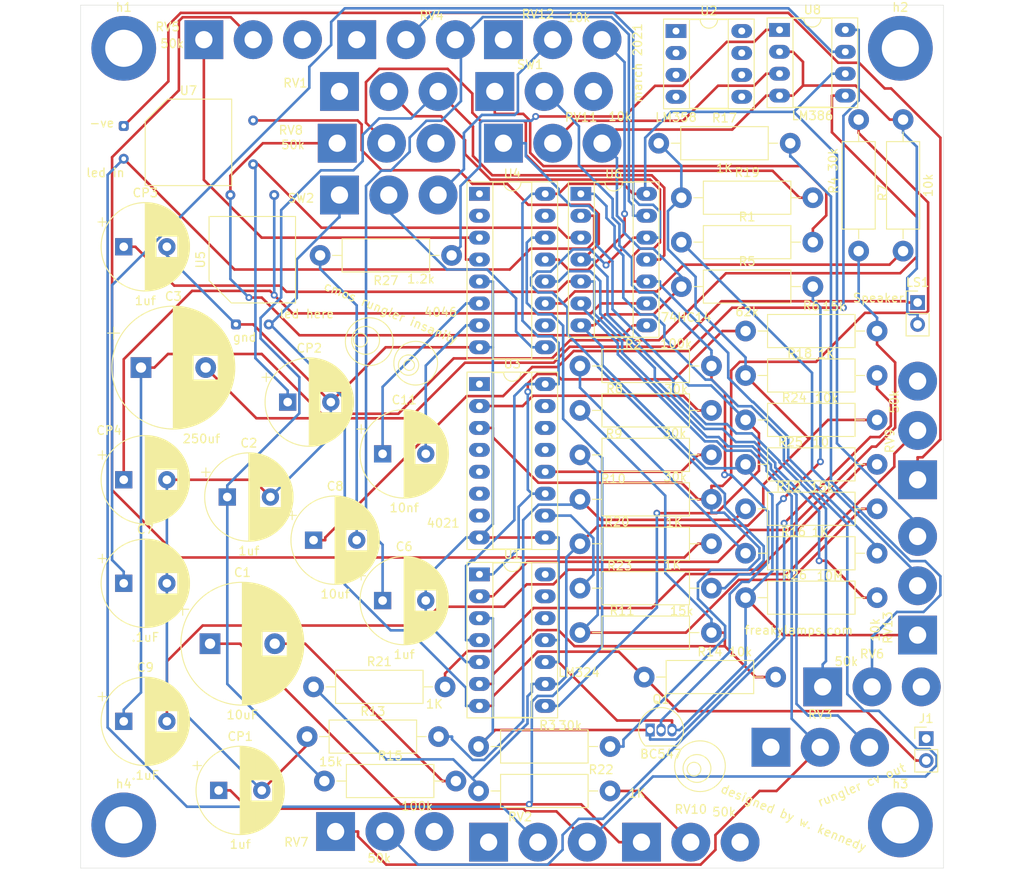
<source format=kicad_pcb>
(kicad_pcb (version 20171130) (host pcbnew "(5.1.4)-1")
  (layers (0 F.Cu signal) (31 B.Cu signal) (34 B.Paste user) (35 F.Paste user) (36 B.SilkS user) (37 F.SilkS user) (38 B.Mask user) (39 F.Mask user) (44 Edge.Cuts user))
  (net 0 "")
  (net 1 "Net-(C1-Pad2)")
  (net 2 triangleCLK2)
  (net 3 GND)
  (net 4 "Net-(C2-Pad1)")
  (net 5 "Net-(C3-Pad2)")
  (net 6 "Net-(C3-Pad1)")
  (net 7 "Net-(C6-Pad1)")
  (net 8 "Net-(C7-Pad1)")
  (net 9 "Net-(C8-Pad2)")
  (net 10 "Net-(C8-Pad1)")
  (net 11 "Net-(C9-Pad2)")
  (net 12 "Net-(C11-Pad2)")
  (net 13 "Net-(C11-Pad1)")
  (net 14 "Net-(CP1-Pad1)")
  (net 15 "Net-(CP2-Pad1)")
  (net 16 "Net-(CP3-Pad1)")
  (net 17 "Net-(CP4-Pad1)")
  (net 18 rungCV)
  (net 19 "Net-(J1-Pad1)")
  (net 20 "Net-(Q1-Pad1)")
  (net 21 "Net-(Q1-Pad2)")
  (net 22 "Net-(R1-Pad2)")
  (net 23 "Net-(R1-Pad1)")
  (net 24 rungCLK2)
  (net 25 "Net-(R10-Pad2)")
  (net 26 "Net-(R4-Pad1)")
  (net 27 "Net-(R6-Pad1)")
  (net 28 "Net-(R7-Pad1)")
  (net 29 "Net-(R8-Pad2)")
  (net 30 "Net-(R11-Pad2)")
  (net 31 "Net-(R9-Pad2)")
  (net 32 "Net-(R11-Pad1)")
  (net 33 "Net-(R10-Pad1)")
  (net 34 "Net-(R16-Pad2)")
  (net 35 "Net-(R17-Pad2)")
  (net 36 "Net-(R17-Pad1)")
  (net 37 "Net-(R18-Pad2)")
  (net 38 "Net-(R19-Pad2)")
  (net 39 "Net-(R20-Pad2)")
  (net 40 "Net-(R21-Pad2)")
  (net 41 "Net-(R22-Pad2)")
  (net 42 "Net-(R23-Pad2)")
  (net 43 CLK)
  (net 44 "Net-(R24-Pad1)")
  (net 45 "Net-(R26-Pad2)")
  (net 46 "Net-(R27-Pad1)")
  (net 47 "Net-(RV1-Pad1)")
  (net 48 "Net-(RV2-Pad1)")
  (net 49 "Net-(RV3-Pad2)")
  (net 50 "Net-(RV3-Pad1)")
  (net 51 "Net-(RV4-Pad1)")
  (net 52 "Net-(RV5-Pad3)")
  (net 53 VCOout)
  (net 54 "Net-(RV6-Pad3)")
  (net 55 "Net-(RV6-Pad1)")
  (net 56 "Net-(RV7-Pad3)")
  (net 57 "Net-(RV8-Pad3)")
  (net 58 "Net-(RV8-Pad1)")
  (net 59 "Net-(RV9-Pad3)")
  (net 60 "Net-(RV9-Pad1)")
  (net 61 "Net-(RV10-Pad3)")
  (net 62 "Net-(RV11-Pad2)")
  (net 63 "Net-(RV12-Pad3)")
  (net 64 "Net-(RV12-Pad2)")
  (net 65 "Net-(RV12-Pad1)")
  (net 66 +12V)
  (net 67 "Net-(SW1-Pad3)")
  (net 68 "Net-(SW2-Pad2)")
  (net 69 "Net-(U1-Pad14)")
  (net 70 "Net-(U1-Pad13)")
  (net 71 "Net-(U1-Pad12)")
  (net 72 "Net-(U2-Pad7)")
  (net 73 "Net-(U2-Pad6)")
  (net 74 "Net-(U2-Pad5)")
  (net 75 "Net-(U3-Pad15)")
  (net 76 "Net-(U3-Pad7)")
  (net 77 "Net-(U3-Pad14)")
  (net 78 "Net-(U3-Pad6)")
  (net 79 "Net-(U3-Pad13)")
  (net 80 "Net-(U3-Pad5)")
  (net 81 "Net-(U3-Pad4)")
  (net 82 "Net-(U3-Pad1)")
  (net 83 "Net-(U4-Pad15)")
  (net 84 "Net-(U4-Pad10)")
  (net 85 "Net-(U4-Pad2)")
  (net 86 "Net-(U4-Pad1)")
  (net 87 ledin)
  (module MountingHole:MountingHole_4.3mm_M4_DIN965_Pad (layer F.Cu) (at 102 138)
    (fp_text reference h4 (at 0 -4.75) (layer F.SilkS))
    (fp_text value MountingHole_4.3mm_M4_DIN965_Pad)
    (pad 1 thru_hole circle (at 0 0) (size 7.5 7.5) (drill 4.3) (layers *.Cu *.Mask))
  )
  (module MountingHole:MountingHole_4.3mm_M4_DIN965_Pad (layer F.Cu) (at 192 138)
    (fp_text reference h3 (at 0 -4.75) (layer F.SilkS))
    (fp_text value MountingHole_4.3mm_M4_DIN965_Pad)
    (pad 1 thru_hole circle (at 0 0) (size 7.5 7.5) (drill 4.3) (layers *.Cu *.Mask))
  )
  (module MountingHole:MountingHole_4.3mm_M4_DIN965_Pad (layer F.Cu) (at 192 48)
    (fp_text reference h2 (at 0 -4.75) (layer F.SilkS))
    (fp_text value MountingHole_4.3mm_M4_DIN965_Pad)
    (pad 1 thru_hole circle (at 0 0) (size 7.5 7.5) (drill 4.3) (layers *.Cu *.Mask))
  )
  (module MountingHole:MountingHole_4.3mm_M4_DIN965_Pad (layer F.Cu) (at 102 48)
    (fp_text reference h1 (at 0 -4.75) (layer F.SilkS))
    (fp_text value MountingHole_4.3mm_M4_DIN965_Pad)
    (pad 1 thru_hole circle (at 0 0) (size 7.5 7.5) (drill 4.3) (layers *.Cu *.Mask))
  )
  (module Package_DIP:DIP-8_W7.62mm_Socket_LongPads (layer F.Cu) (at 178 45.8648)
    (fp_text reference U8 (at 3.81 -2.33) (layer F.SilkS))
    (fp_text value LM386 (at 3.81 9.95) (layer F.SilkS))
    (pad 8 thru_hole oval (at 7.62 0) (size 2.4 1.6) (drill 0.8) (layers *.Cu *.Mask) (net 10 "Net-(C8-Pad1)"))
    (pad 4 thru_hole oval (at 0 7.62) (size 2.4 1.6) (drill 0.8) (layers *.Cu *.Mask) (net 3 GND))
    (pad 7 thru_hole oval (at 7.62 2.54) (size 2.4 1.6) (drill 0.8) (layers *.Cu *.Mask) (net 8 "Net-(C7-Pad1)"))
    (pad 3 thru_hole oval (at 0 5.08) (size 2.4 1.6) (drill 0.8) (layers *.Cu *.Mask) (net 62 "Net-(RV11-Pad2)"))
    (pad 6 thru_hole oval (at 7.62 5.08) (size 2.4 1.6) (drill 0.8) (layers *.Cu *.Mask) (net 66 +12V))
    (pad 2 thru_hole oval (at 0 2.54) (size 2.4 1.6) (drill 0.8) (layers *.Cu *.Mask) (net 3 GND))
    (pad 5 thru_hole oval (at 7.62 7.62) (size 2.4 1.6) (drill 0.8) (layers *.Cu *.Mask) (net 6 "Net-(C3-Pad1)"))
    (pad 1 thru_hole rect (at 0 0) (size 2.4 1.6) (drill 0.8) (layers *.Cu *.Mask) (net 46 "Net-(R27-Pad1)"))
  )
  (module OptoDevice:PerkinElmer_VTL5C (layer F.Cu) (at 102 57)
    (fp_text reference U7 (at 7.5 -4.1) (layer F.SilkS))
    (fp_text value VTL5C)
    (pad 2 thru_hole circle (at 0 3.8) (size 1.15 1.15) (drill 0.55) (layers *.Cu *.Mask) (net 87 ledin))
    (pad 4 thru_hole circle (at 15 4.44) (size 1.15 1.15) (drill 0.55) (layers *.Cu *.Mask) (net 15 "Net-(CP2-Pad1)"))
    (pad 3 thru_hole circle (at 15 -0.64) (size 1.15 1.15) (drill 0.55) (layers *.Cu *.Mask) (net 55 "Net-(RV6-Pad1)"))
    (pad 1 thru_hole roundrect (at 0 0) (size 1.15 1.15) (drill 0.55) (layers *.Cu *.Mask) (net 60 "Net-(RV9-Pad1)"))
  )
  (module Package_DIP:DIP-14_W7.62mm_Socket_LongPads (layer F.Cu) (at 154.972 64.8648)
    (fp_text reference U6 (at 3.81 -2.33) (layer F.SilkS))
    (fp_text value 74HC14 (at 12.20064 14.31716) (layer F.SilkS))
    (pad 14 thru_hole oval (at 7.62 0) (size 2.4 1.6) (drill 0.8) (layers *.Cu *.Mask) (net 66 +12V))
    (pad 7 thru_hole oval (at 0 15.24) (size 2.4 1.6) (drill 0.8) (layers *.Cu *.Mask) (net 3 GND))
    (pad 13 thru_hole oval (at 7.62 2.54) (size 2.4 1.6) (drill 0.8) (layers *.Cu *.Mask) (net 7 "Net-(C6-Pad1)"))
    (pad 6 thru_hole oval (at 0 12.7) (size 2.4 1.6) (drill 0.8) (layers *.Cu *.Mask) (net 49 "Net-(RV3-Pad2)"))
    (pad 12 thru_hole oval (at 7.62 5.08) (size 2.4 1.6) (drill 0.8) (layers *.Cu *.Mask) (net 42 "Net-(R23-Pad2)"))
    (pad 5 thru_hole oval (at 0 10.16) (size 2.4 1.6) (drill 0.8) (layers *.Cu *.Mask) (net 16 "Net-(CP3-Pad1)"))
    (pad 11 thru_hole oval (at 7.62 7.62) (size 2.4 1.6) (drill 0.8) (layers *.Cu *.Mask) (net 4 "Net-(C2-Pad1)"))
    (pad 4 thru_hole oval (at 0 7.62) (size 2.4 1.6) (drill 0.8) (layers *.Cu *.Mask) (net 55 "Net-(RV6-Pad1)"))
    (pad 10 thru_hole oval (at 7.62 10.16) (size 2.4 1.6) (drill 0.8) (layers *.Cu *.Mask) (net 34 "Net-(R16-Pad2)"))
    (pad 3 thru_hole oval (at 0 5.08) (size 2.4 1.6) (drill 0.8) (layers *.Cu *.Mask) (net 15 "Net-(CP2-Pad1)"))
    (pad 9 thru_hole oval (at 7.62 12.7) (size 2.4 1.6) (drill 0.8) (layers *.Cu *.Mask) (net 17 "Net-(CP4-Pad1)"))
    (pad 2 thru_hole oval (at 0 2.54) (size 2.4 1.6) (drill 0.8) (layers *.Cu *.Mask) (net 87 ledin))
    (pad 8 thru_hole oval (at 7.62 15.24) (size 2.4 1.6) (drill 0.8) (layers *.Cu *.Mask) (net 58 "Net-(RV8-Pad1)"))
    (pad 1 thru_hole rect (at 0 0) (size 2.4 1.6) (drill 0.8) (layers *.Cu *.Mask) (net 14 "Net-(CP1-Pad1)"))
  )
  (module OptoDevice:PerkinElmer_VTL5C (layer F.Cu) (at 115 80 90)
    (fp_text reference U5 (at 7.5 -4.1 90) (layer F.SilkS))
    (fp_text value VTL5C)
    (pad 2 thru_hole circle (at 0 3.8 90) (size 1.15 1.15) (drill 0.55) (layers *.Cu *.Mask) (net 18 rungCV))
    (pad 4 thru_hole circle (at 15 4.44 90) (size 1.15 1.15) (drill 0.55) (layers *.Cu *.Mask) (net 17 "Net-(CP4-Pad1)"))
    (pad 3 thru_hole circle (at 15 -0.64 90) (size 1.15 1.15) (drill 0.55) (layers *.Cu *.Mask) (net 58 "Net-(RV8-Pad1)"))
    (pad 1 thru_hole roundrect (at 0 0 90) (size 1.15 1.15) (drill 0.55) (layers *.Cu *.Mask) (net 3 GND))
  )
  (module Package_DIP:DIP-16_W7.62mm_Socket_LongPads (layer F.Cu) (at 143.222 64.8648)
    (fp_text reference U4 (at 3.81 -2.33) (layer F.SilkS))
    (fp_text value 4046 (at -4.4872 13.71264) (layer F.SilkS))
    (pad 16 thru_hole oval (at 7.62 0) (size 2.4 1.6) (drill 0.8) (layers *.Cu *.Mask) (net 66 +12V))
    (pad 8 thru_hole oval (at 0 17.78) (size 2.4 1.6) (drill 0.8) (layers *.Cu *.Mask) (net 3 GND))
    (pad 15 thru_hole oval (at 7.62 2.54) (size 2.4 1.6) (drill 0.8) (layers *.Cu *.Mask) (net 83 "Net-(U4-Pad15)"))
    (pad 7 thru_hole oval (at 0 15.24) (size 2.4 1.6) (drill 0.8) (layers *.Cu *.Mask) (net 12 "Net-(C11-Pad2)"))
    (pad 14 thru_hole oval (at 7.62 5.08) (size 2.4 1.6) (drill 0.8) (layers *.Cu *.Mask) (net 2 triangleCLK2))
    (pad 6 thru_hole oval (at 0 12.7) (size 2.4 1.6) (drill 0.8) (layers *.Cu *.Mask) (net 13 "Net-(C11-Pad1)"))
    (pad 13 thru_hole oval (at 7.62 7.62) (size 2.4 1.6) (drill 0.8) (layers *.Cu *.Mask) (net 63 "Net-(RV12-Pad3)"))
    (pad 5 thru_hole oval (at 0 10.16) (size 2.4 1.6) (drill 0.8) (layers *.Cu *.Mask) (net 3 GND))
    (pad 12 thru_hole oval (at 7.62 10.16) (size 2.4 1.6) (drill 0.8) (layers *.Cu *.Mask) (net 45 "Net-(R26-Pad2)"))
    (pad 4 thru_hole oval (at 0 7.62) (size 2.4 1.6) (drill 0.8) (layers *.Cu *.Mask) (net 53 VCOout))
    (pad 11 thru_hole oval (at 7.62 12.7) (size 2.4 1.6) (drill 0.8) (layers *.Cu *.Mask) (net 28 "Net-(R7-Pad1)"))
    (pad 3 thru_hole oval (at 0 5.08) (size 2.4 1.6) (drill 0.8) (layers *.Cu *.Mask) (net 53 VCOout))
    (pad 10 thru_hole oval (at 7.62 15.24) (size 2.4 1.6) (drill 0.8) (layers *.Cu *.Mask) (net 84 "Net-(U4-Pad10)"))
    (pad 2 thru_hole oval (at 0 2.54) (size 2.4 1.6) (drill 0.8) (layers *.Cu *.Mask) (net 85 "Net-(U4-Pad2)"))
    (pad 9 thru_hole oval (at 7.62 17.78) (size 2.4 1.6) (drill 0.8) (layers *.Cu *.Mask) (net 68 "Net-(SW2-Pad2)"))
    (pad 1 thru_hole rect (at 0 0) (size 2.4 1.6) (drill 0.8) (layers *.Cu *.Mask) (net 86 "Net-(U4-Pad1)"))
  )
  (module Package_DIP:DIP-16_W7.62mm_Socket_LongPads (layer F.Cu) (at 143.222 86.9148)
    (fp_text reference U3 (at 3.81 -2.33) (layer F.SilkS))
    (fp_text value 4021 (at -4.2078 16.11268) (layer F.SilkS))
    (pad 16 thru_hole oval (at 7.62 0) (size 2.4 1.6) (drill 0.8) (layers *.Cu *.Mask) (net 66 +12V))
    (pad 8 thru_hole oval (at 0 17.78) (size 2.4 1.6) (drill 0.8) (layers *.Cu *.Mask) (net 3 GND))
    (pad 15 thru_hole oval (at 7.62 2.54) (size 2.4 1.6) (drill 0.8) (layers *.Cu *.Mask) (net 75 "Net-(U3-Pad15)"))
    (pad 7 thru_hole oval (at 0 15.24) (size 2.4 1.6) (drill 0.8) (layers *.Cu *.Mask) (net 76 "Net-(U3-Pad7)"))
    (pad 14 thru_hole oval (at 7.62 5.08) (size 2.4 1.6) (drill 0.8) (layers *.Cu *.Mask) (net 77 "Net-(U3-Pad14)"))
    (pad 6 thru_hole oval (at 0 12.7) (size 2.4 1.6) (drill 0.8) (layers *.Cu *.Mask) (net 78 "Net-(U3-Pad6)"))
    (pad 13 thru_hole oval (at 7.62 7.62) (size 2.4 1.6) (drill 0.8) (layers *.Cu *.Mask) (net 79 "Net-(U3-Pad13)"))
    (pad 5 thru_hole oval (at 0 10.16) (size 2.4 1.6) (drill 0.8) (layers *.Cu *.Mask) (net 80 "Net-(U3-Pad5)"))
    (pad 12 thru_hole oval (at 7.62 10.16) (size 2.4 1.6) (drill 0.8) (layers *.Cu *.Mask) (net 31 "Net-(R9-Pad2)"))
    (pad 4 thru_hole oval (at 0 7.62) (size 2.4 1.6) (drill 0.8) (layers *.Cu *.Mask) (net 81 "Net-(U3-Pad4)"))
    (pad 11 thru_hole oval (at 7.62 12.7) (size 2.4 1.6) (drill 0.8) (layers *.Cu *.Mask) (net 27 "Net-(R6-Pad1)"))
    (pad 3 thru_hole oval (at 0 5.08) (size 2.4 1.6) (drill 0.8) (layers *.Cu *.Mask) (net 25 "Net-(R10-Pad2)"))
    (pad 10 thru_hole oval (at 7.62 15.24) (size 2.4 1.6) (drill 0.8) (layers *.Cu *.Mask) (net 43 CLK))
    (pad 2 thru_hole oval (at 0 2.54) (size 2.4 1.6) (drill 0.8) (layers *.Cu *.Mask) (net 29 "Net-(R8-Pad2)"))
    (pad 9 thru_hole oval (at 7.62 17.78) (size 2.4 1.6) (drill 0.8) (layers *.Cu *.Mask) (net 3 GND))
    (pad 1 thru_hole rect (at 0 0) (size 2.4 1.6) (drill 0.8) (layers *.Cu *.Mask) (net 82 "Net-(U3-Pad1)"))
  )
  (module Package_DIP:DIP-8_W7.62mm_Socket_LongPads (layer F.Cu) (at 166 46)
    (fp_text reference U2 (at 3.81 -2.33) (layer F.SilkS))
    (fp_text value LM358 (at 0 10) (layer F.SilkS))
    (pad 8 thru_hole oval (at 7.62 0) (size 2.4 1.6) (drill 0.8) (layers *.Cu *.Mask))
    (pad 4 thru_hole oval (at 0 7.62) (size 2.4 1.6) (drill 0.8) (layers *.Cu *.Mask))
    (pad 7 thru_hole oval (at 7.62 2.54) (size 2.4 1.6) (drill 0.8) (layers *.Cu *.Mask) (net 72 "Net-(U2-Pad7)"))
    (pad 3 thru_hole oval (at 0 5.08) (size 2.4 1.6) (drill 0.8) (layers *.Cu *.Mask))
    (pad 6 thru_hole oval (at 7.62 5.08) (size 2.4 1.6) (drill 0.8) (layers *.Cu *.Mask) (net 73 "Net-(U2-Pad6)"))
    (pad 2 thru_hole oval (at 0 2.54) (size 2.4 1.6) (drill 0.8) (layers *.Cu *.Mask))
    (pad 5 thru_hole oval (at 7.62 7.62) (size 2.4 1.6) (drill 0.8) (layers *.Cu *.Mask) (net 74 "Net-(U2-Pad5)"))
    (pad 1 thru_hole rect (at 0 0) (size 2.4 1.6) (drill 0.8) (layers *.Cu *.Mask))
  )
  (module Package_DIP:DIP-14_W7.62mm_Socket_LongPads (layer F.Cu) (at 143.222 108.965)
    (fp_text reference U1 (at 3.81 -2.33) (layer F.SilkS))
    (fp_text value LM324 (at 11.51988 11.37004) (layer F.SilkS))
    (pad 14 thru_hole oval (at 7.62 0) (size 2.4 1.6) (drill 0.8) (layers *.Cu *.Mask) (net 69 "Net-(U1-Pad14)"))
    (pad 7 thru_hole oval (at 0 15.24) (size 2.4 1.6) (drill 0.8) (layers *.Cu *.Mask) (net 18 rungCV))
    (pad 13 thru_hole oval (at 7.62 2.54) (size 2.4 1.6) (drill 0.8) (layers *.Cu *.Mask) (net 70 "Net-(U1-Pad13)"))
    (pad 6 thru_hole oval (at 0 12.7) (size 2.4 1.6) (drill 0.8) (layers *.Cu *.Mask) (net 30 "Net-(R11-Pad2)"))
    (pad 12 thru_hole oval (at 7.62 5.08) (size 2.4 1.6) (drill 0.8) (layers *.Cu *.Mask) (net 71 "Net-(U1-Pad12)"))
    (pad 5 thru_hole oval (at 0 10.16) (size 2.4 1.6) (drill 0.8) (layers *.Cu *.Mask) (net 3 GND))
    (pad 11 thru_hole oval (at 7.62 7.62) (size 2.4 1.6) (drill 0.8) (layers *.Cu *.Mask) (net 3 GND))
    (pad 4 thru_hole oval (at 0 7.62) (size 2.4 1.6) (drill 0.8) (layers *.Cu *.Mask) (net 66 +12V))
    (pad 10 thru_hole oval (at 7.62 10.16) (size 2.4 1.6) (drill 0.8) (layers *.Cu *.Mask) (net 3 GND))
    (pad 3 thru_hole oval (at 0 5.08) (size 2.4 1.6) (drill 0.8) (layers *.Cu *.Mask) (net 20 "Net-(Q1-Pad1)"))
    (pad 9 thru_hole oval (at 7.62 12.7) (size 2.4 1.6) (drill 0.8) (layers *.Cu *.Mask) (net 36 "Net-(R17-Pad1)"))
    (pad 2 thru_hole oval (at 0 2.54) (size 2.4 1.6) (drill 0.8) (layers *.Cu *.Mask) (net 26 "Net-(R4-Pad1)"))
    (pad 8 thru_hole oval (at 7.62 15.24) (size 2.4 1.6) (drill 0.8) (layers *.Cu *.Mask) (net 44 "Net-(R24-Pad1)"))
    (pad 1 thru_hole rect (at 0 0) (size 2.4 1.6) (drill 0.8) (layers *.Cu *.Mask) (net 27 "Net-(R6-Pad1)"))
  )
  (module Connector_Wire:SolderWirePad_1x03_P5.715mm_Drill2mm (layer F.Cu) (at 127 65)
    (fp_text reference SW2 (at -4.45008 0.36944) (layer F.SilkS))
    (fp_text value SW_SPDT)
    (pad 3 thru_hole circle (at 11.43 0) (size 4.50088 4.50088) (drill 1.99898) (layers *.Cu *.Mask) (net 64 "Net-(RV12-Pad2)"))
    (pad 2 thru_hole circle (at 5.715 0) (size 4.50088 4.50088) (drill 1.99898) (layers *.Cu *.Mask) (net 68 "Net-(SW2-Pad2)"))
    (pad 1 thru_hole rect (at 0 0) (size 4.50088 4.50088) (drill 1.99898) (layers *.Cu *.Mask) (net 18 rungCV))
  )
  (module Connector_Wire:SolderWirePad_1x03_P5.715mm_Drill2mm (layer F.Cu) (at 145 53)
    (fp_text reference SW1 (at 4.08784 -3.1144) (layer F.SilkS))
    (fp_text value SW_SPDT)
    (pad 3 thru_hole circle (at 11.43 0) (size 4.50088 4.50088) (drill 1.99898) (layers *.Cu *.Mask) (net 67 "Net-(SW1-Pad3)"))
    (pad 2 thru_hole circle (at 5.715 0) (size 4.50088 4.50088) (drill 1.99898) (layers *.Cu *.Mask) (net 21 "Net-(Q1-Pad2)"))
    (pad 1 thru_hole rect (at 0 0) (size 4.50088 4.50088) (drill 1.99898) (layers *.Cu *.Mask) (net 22 "Net-(R1-Pad2)"))
  )
  (module Connector_Wire:SolderWirePad_1x03_P5.715mm_Drill2mm (layer F.Cu) (at 194 116 90)
    (fp_text reference RV13 (at 0.8618 -3.43904 90) (layer F.SilkS))
    (fp_text value 10k (at 0.6078 -4.91224 90) (layer F.SilkS))
    (pad 3 thru_hole circle (at 11.43 0 90) (size 4.50088 4.50088) (drill 1.99898) (layers *.Cu *.Mask) (net 66 +12V))
    (pad 2 thru_hole circle (at 5.715 0 90) (size 4.50088 4.50088) (drill 1.99898) (layers *.Cu *.Mask) (net 23 "Net-(R1-Pad1)"))
    (pad 1 thru_hole rect (at 0 0 90) (size 4.50088 4.50088) (drill 1.99898) (layers *.Cu *.Mask) (net 3 GND))
  )
  (module Connector_Wire:SolderWirePad_1x03_P5.715mm_Drill2mm (layer F.Cu) (at 146 47)
    (fp_text reference RV12 (at 4.00224 -2.96148) (layer F.SilkS))
    (fp_text value 10k (at 8.7114 -2.56016) (layer F.SilkS))
    (pad 3 thru_hole circle (at 11.43 0) (size 4.50088 4.50088) (drill 1.99898) (layers *.Cu *.Mask) (net 63 "Net-(RV12-Pad3)"))
    (pad 2 thru_hole circle (at 5.715 0) (size 4.50088 4.50088) (drill 1.99898) (layers *.Cu *.Mask) (net 64 "Net-(RV12-Pad2)"))
    (pad 1 thru_hole rect (at 0 0) (size 4.50088 4.50088) (drill 1.99898) (layers *.Cu *.Mask) (net 65 "Net-(RV12-Pad1)"))
  )
  (module Connector_Wire:SolderWirePad_1x03_P5.715mm_Drill2mm (layer F.Cu) (at 146 59)
    (fp_text reference RV11 (at 9 -3) (layer F.SilkS))
    (fp_text value 10k (at 13.52216 -3.08952) (layer F.SilkS))
    (pad 3 thru_hole circle (at 11.43 0) (size 4.50088 4.50088) (drill 1.99898) (layers *.Cu *.Mask) (net 3 GND))
    (pad 2 thru_hole circle (at 5.715 0) (size 4.50088 4.50088) (drill 1.99898) (layers *.Cu *.Mask) (net 62 "Net-(RV11-Pad2)"))
    (pad 1 thru_hole rect (at 0 0) (size 4.50088 4.50088) (drill 1.99898) (layers *.Cu *.Mask) (net 44 "Net-(R24-Pad1)"))
  )
  (module Connector_Wire:SolderWirePad_1x03_P5.715mm_Drill2mm (layer F.Cu) (at 162 140)
    (fp_text reference RV10 (at 5.715 -3.81) (layer F.SilkS))
    (fp_text value 50k (at 9.56684 -3.49532) (layer F.SilkS))
    (pad 3 thru_hole circle (at 11.43 0) (size 4.50088 4.50088) (drill 1.99898) (layers *.Cu *.Mask) (net 61 "Net-(RV10-Pad3)"))
    (pad 2 thru_hole circle (at 5.715 0) (size 4.50088 4.50088) (drill 1.99898) (layers *.Cu *.Mask) (net 41 "Net-(R22-Pad2)"))
    (pad 1 thru_hole rect (at 0 0) (size 4.50088 4.50088) (drill 1.99898) (layers *.Cu *.Mask) (net 2 triangleCLK2))
  )
  (module Connector_Wire:SolderWirePad_1x03_P5.715mm_Drill2mm (layer F.Cu) (at 194 98 90)
    (fp_text reference RV9 (at 4.48736 -3.21044 90) (layer F.SilkS))
    (fp_text value 50k (at 9.04412 -2.70752 90) (layer F.SilkS))
    (pad 3 thru_hole circle (at 11.43 0 90) (size 4.50088 4.50088) (drill 1.99898) (layers *.Cu *.Mask) (net 59 "Net-(RV9-Pad3)"))
    (pad 2 thru_hole circle (at 5.715 0 90) (size 4.50088 4.50088) (drill 1.99898) (layers *.Cu *.Mask) (net 40 "Net-(R21-Pad2)"))
    (pad 1 thru_hole rect (at 0 0 90) (size 4.50088 4.50088) (drill 1.99898) (layers *.Cu *.Mask) (net 60 "Net-(RV9-Pad1)"))
  )
  (module Connector_Wire:SolderWirePad_1x03_P5.715mm_Drill2mm (layer F.Cu) (at 126.742 59)
    (fp_text reference RV8 (at -5.37572 -1.50964) (layer F.SilkS))
    (fp_text value 50k (at -5.13188 0.18708) (layer F.SilkS))
    (pad 3 thru_hole circle (at 11.43 0) (size 4.50088 4.50088) (drill 1.99898) (layers *.Cu *.Mask) (net 57 "Net-(RV8-Pad3)"))
    (pad 2 thru_hole circle (at 5.715 0) (size 4.50088 4.50088) (drill 1.99898) (layers *.Cu *.Mask) (net 38 "Net-(R19-Pad2)"))
    (pad 1 thru_hole rect (at 0 0) (size 4.50088 4.50088) (drill 1.99898) (layers *.Cu *.Mask) (net 58 "Net-(RV8-Pad1)"))
  )
  (module Connector_Wire:SolderWirePad_1x03_P5.715mm_Drill2mm (layer F.Cu) (at 126.552 138.765)
    (fp_text reference RV7 (at -4.552 1.235) (layer F.SilkS))
    (fp_text value 50k (at 5.05556 3.08892) (layer F.SilkS))
    (pad 3 thru_hole circle (at 11.43 0) (size 4.50088 4.50088) (drill 1.99898) (layers *.Cu *.Mask) (net 56 "Net-(RV7-Pad3)"))
    (pad 2 thru_hole circle (at 5.715 0) (size 4.50088 4.50088) (drill 1.99898) (layers *.Cu *.Mask) (net 37 "Net-(R18-Pad2)"))
    (pad 1 thru_hole rect (at 0 0) (size 4.50088 4.50088) (drill 1.99898) (layers *.Cu *.Mask) (net 49 "Net-(RV3-Pad2)"))
  )
  (module Connector_Wire:SolderWirePad_1x03_P5.715mm_Drill2mm (layer F.Cu) (at 183 122)
    (fp_text reference RV6 (at 5.715 -3.81) (layer F.SilkS))
    (fp_text value 50k (at 2.74004 -2.93496) (layer F.SilkS))
    (pad 3 thru_hole circle (at 11.43 0) (size 4.50088 4.50088) (drill 1.99898) (layers *.Cu *.Mask) (net 54 "Net-(RV6-Pad3)"))
    (pad 2 thru_hole circle (at 5.715 0) (size 4.50088 4.50088) (drill 1.99898) (layers *.Cu *.Mask) (net 35 "Net-(R17-Pad2)"))
    (pad 1 thru_hole rect (at 0 0) (size 4.50088 4.50088) (drill 1.99898) (layers *.Cu *.Mask) (net 55 "Net-(RV6-Pad1)"))
  )
  (module Connector_Wire:SolderWirePad_1x03_P5.715mm_Drill2mm (layer F.Cu) (at 111.285 47)
    (fp_text reference RV5 (at -4.20368 -1.47812) (layer F.SilkS))
    (fp_text value 50k (at -3.68044 0.45736) (layer F.SilkS))
    (pad 3 thru_hole circle (at 11.43 0) (size 4.50088 4.50088) (drill 1.99898) (layers *.Cu *.Mask) (net 52 "Net-(RV5-Pad3)"))
    (pad 2 thru_hole circle (at 5.715 0) (size 4.50088 4.50088) (drill 1.99898) (layers *.Cu *.Mask) (net 39 "Net-(R20-Pad2)"))
    (pad 1 thru_hole rect (at 0 0) (size 4.50088 4.50088) (drill 1.99898) (layers *.Cu *.Mask) (net 53 VCOout))
  )
  (module Connector_Wire:SolderWirePad_1x03_P5.715mm_Drill2mm (layer F.Cu) (at 129 47)
    (fp_text reference RV4 (at 8.67816 -2.78876) (layer F.SilkS))
    (fp_text value R_POT_US)
    (pad 3 thru_hole circle (at 11.43 0) (size 4.50088 4.50088) (drill 1.99898) (layers *.Cu *.Mask) (net 7 "Net-(C6-Pad1)"))
    (pad 2 thru_hole circle (at 5.715 0) (size 4.50088 4.50088) (drill 1.99898) (layers *.Cu *.Mask) (net 42 "Net-(R23-Pad2)"))
    (pad 1 thru_hole rect (at 0 0) (size 4.50088 4.50088) (drill 1.99898) (layers *.Cu *.Mask) (net 51 "Net-(RV4-Pad1)"))
  )
  (module Connector_Wire:SolderWirePad_1x03_P5.715mm_Drill2mm (layer F.Cu) (at 177 129)
    (fp_text reference RV3 (at 5.715 -3.81) (layer F.SilkS))
    (fp_text value R_POT_US)
    (pad 3 thru_hole circle (at 11.43 0) (size 4.50088 4.50088) (drill 1.99898) (layers *.Cu *.Mask) (net 16 "Net-(CP3-Pad1)"))
    (pad 2 thru_hole circle (at 5.715 0) (size 4.50088 4.50088) (drill 1.99898) (layers *.Cu *.Mask) (net 49 "Net-(RV3-Pad2)"))
    (pad 1 thru_hole rect (at 0 0) (size 4.50088 4.50088) (drill 1.99898) (layers *.Cu *.Mask) (net 50 "Net-(RV3-Pad1)"))
  )
  (module Connector_Wire:SolderWirePad_1x03_P5.715mm_Drill2mm (layer F.Cu) (at 144.285 140)
    (fp_text reference RV2 (at 3.64968 -2.93652) (layer F.SilkS))
    (fp_text value R_POT_US)
    (pad 3 thru_hole circle (at 11.43 0) (size 4.50088 4.50088) (drill 1.99898) (layers *.Cu *.Mask) (net 14 "Net-(CP1-Pad1)"))
    (pad 2 thru_hole circle (at 5.715 0) (size 4.50088 4.50088) (drill 1.99898) (layers *.Cu *.Mask) (net 87 ledin))
    (pad 1 thru_hole rect (at 0 0) (size 4.50088 4.50088) (drill 1.99898) (layers *.Cu *.Mask) (net 48 "Net-(RV2-Pad1)"))
  )
  (module Connector_Wire:SolderWirePad_1x03_P5.715mm_Drill2mm (layer F.Cu) (at 127 53)
    (fp_text reference RV1 (at -5.1054 -0.97064) (layer F.SilkS))
    (fp_text value 10k)
    (pad 3 thru_hole circle (at 11.43 0) (size 4.50088 4.50088) (drill 1.99898) (layers *.Cu *.Mask) (net 4 "Net-(C2-Pad1)"))
    (pad 2 thru_hole circle (at 5.715 0) (size 4.50088 4.50088) (drill 1.99898) (layers *.Cu *.Mask) (net 34 "Net-(R16-Pad2)"))
    (pad 1 thru_hole rect (at 0 0) (size 4.50088 4.50088) (drill 1.99898) (layers *.Cu *.Mask) (net 47 "Net-(RV1-Pad1)"))
  )
  (module Resistor_THT:R_Axial_DIN0411_L9.9mm_D3.6mm_P15.24mm_Horizontal (layer F.Cu) (at 140 72 180)
    (fp_text reference R27 (at 7.62 -2.92) (layer F.SilkS))
    (fp_text value 1.2k (at 3.56136 -2.73696) (layer F.SilkS))
    (pad 2 thru_hole oval (at 15.24 0 180) (size 2.4 2.4) (drill 1.2) (layers *.Cu *.Mask) (net 9 "Net-(C8-Pad2)"))
    (pad 1 thru_hole circle (at 0 0 180) (size 2.4 2.4) (drill 1.2) (layers *.Cu *.Mask) (net 46 "Net-(R27-Pad1)"))
  )
  (module Resistor_THT:R_Axial_DIN0411_L9.9mm_D3.6mm_P15.24mm_Horizontal (layer F.Cu) (at 174.062 111.665)
    (fp_text reference R26 (at 5.6684 -2.62788) (layer F.SilkS))
    (fp_text value 10M (at 9.76288 -2.5212) (layer F.SilkS))
    (pad 2 thru_hole oval (at 15.24 0) (size 2.4 2.4) (drill 1.2) (layers *.Cu *.Mask) (net 45 "Net-(R26-Pad2)"))
    (pad 1 thru_hole circle (at 0 0) (size 2.4 2.4) (drill 1.2) (layers *.Cu *.Mask) (net 3 GND))
  )
  (module Resistor_THT:R_Axial_DIN0411_L9.9mm_D3.6mm_P15.24mm_Horizontal (layer F.Cu) (at 174.062 96.2148)
    (fp_text reference R25 (at 5.20612 -2.58532) (layer F.SilkS))
    (fp_text value 10 (at 8.72656 -2.55992) (layer F.SilkS))
    (pad 2 thru_hole oval (at 15.24 0) (size 2.4 2.4) (drill 1.2) (layers *.Cu *.Mask) (net 11 "Net-(C9-Pad2)"))
    (pad 1 thru_hole circle (at 0 0) (size 2.4 2.4) (drill 1.2) (layers *.Cu *.Mask) (net 3 GND))
  )
  (module Resistor_THT:R_Axial_DIN0411_L9.9mm_D3.6mm_P15.24mm_Horizontal (layer F.Cu) (at 174.062 91.0648)
    (fp_text reference R24 (at 5.64808 -2.56612) (layer F.SilkS))
    (fp_text value 10k (at 9.38696 -2.55088) (layer F.SilkS))
    (pad 2 thru_hole oval (at 15.24 0) (size 2.4 2.4) (drill 1.2) (layers *.Cu *.Mask) (net 36 "Net-(R17-Pad1)"))
    (pad 1 thru_hole circle (at 0 0) (size 2.4 2.4) (drill 1.2) (layers *.Cu *.Mask) (net 44 "Net-(R24-Pad1)"))
  )
  (module Resistor_THT:R_Axial_DIN0411_L9.9mm_D3.6mm_P15.24mm_Horizontal (layer F.Cu) (at 154.872 110.565)
    (fp_text reference R23 (at 4.59936 -2.5896) (layer F.SilkS))
    (fp_text value 1K (at 10.74108 -2.67596) (layer F.SilkS))
    (pad 2 thru_hole oval (at 15.24 0) (size 2.4 2.4) (drill 1.2) (layers *.Cu *.Mask) (net 42 "Net-(R23-Pad2)"))
    (pad 1 thru_hole circle (at 0 0) (size 2.4 2.4) (drill 1.2) (layers *.Cu *.Mask) (net 43 CLK))
  )
  (module Resistor_THT:R_Axial_DIN0411_L9.9mm_D3.6mm_P15.24mm_Horizontal (layer F.Cu) (at 143.122 134.065)
    (fp_text reference R22 (at 14.19544 -2.4676) (layer F.SilkS))
    (fp_text value 1K (at 18.36104 0.26544) (layer F.SilkS))
    (pad 2 thru_hole oval (at 15.24 0) (size 2.4 2.4) (drill 1.2) (layers *.Cu *.Mask) (net 41 "Net-(R22-Pad2)"))
    (pad 1 thru_hole circle (at 0 0) (size 2.4 2.4) (drill 1.2) (layers *.Cu *.Mask) (net 36 "Net-(R17-Pad1)"))
  )
  (module Resistor_THT:R_Axial_DIN0411_L9.9mm_D3.6mm_P15.24mm_Horizontal (layer F.Cu) (at 124 122)
    (fp_text reference R21 (at 7.62 -2.92) (layer F.SilkS))
    (fp_text value 1K (at 14 2) (layer F.SilkS))
    (pad 2 thru_hole oval (at 15.24 0) (size 2.4 2.4) (drill 1.2) (layers *.Cu *.Mask) (net 40 "Net-(R21-Pad2)"))
    (pad 1 thru_hole circle (at 0 0) (size 2.4 2.4) (drill 1.2) (layers *.Cu *.Mask) (net 36 "Net-(R17-Pad1)"))
  )
  (module Resistor_THT:R_Axial_DIN0411_L9.9mm_D3.6mm_P15.24mm_Horizontal (layer F.Cu) (at 154.872 105.415)
    (fp_text reference R20 (at 4.27932 -2.53992) (layer F.SilkS))
    (fp_text value 1K (at 10.9138 -2.47388) (layer F.SilkS))
    (pad 2 thru_hole oval (at 15.24 0) (size 2.4 2.4) (drill 1.2) (layers *.Cu *.Mask) (net 39 "Net-(R20-Pad2)"))
    (pad 1 thru_hole circle (at 0 0) (size 2.4 2.4) (drill 1.2) (layers *.Cu *.Mask) (net 36 "Net-(R17-Pad1)"))
  )
  (module Resistor_THT:R_Axial_DIN0411_L9.9mm_D3.6mm_P15.24mm_Horizontal (layer F.Cu) (at 166.622 65.3148)
    (fp_text reference R19 (at 7.62 -2.92) (layer F.SilkS))
    (fp_text value 1K)
    (pad 2 thru_hole oval (at 15.24 0) (size 2.4 2.4) (drill 1.2) (layers *.Cu *.Mask) (net 38 "Net-(R19-Pad2)"))
    (pad 1 thru_hole circle (at 0 0) (size 2.4 2.4) (drill 1.2) (layers *.Cu *.Mask) (net 36 "Net-(R17-Pad1)"))
  )
  (module Resistor_THT:R_Axial_DIN0411_L9.9mm_D3.6mm_P15.24mm_Horizontal (layer F.Cu) (at 174.062 85.9148)
    (fp_text reference R18 (at 6.26784 -2.53676) (layer F.SilkS))
    (fp_text value 1K (at 9.36156 -2.5012) (layer F.SilkS))
    (pad 2 thru_hole oval (at 15.24 0) (size 2.4 2.4) (drill 1.2) (layers *.Cu *.Mask) (net 37 "Net-(R18-Pad2)"))
    (pad 1 thru_hole circle (at 0 0) (size 2.4 2.4) (drill 1.2) (layers *.Cu *.Mask) (net 36 "Net-(R17-Pad1)"))
  )
  (module Resistor_THT:R_Axial_DIN0411_L9.9mm_D3.6mm_P15.24mm_Horizontal (layer F.Cu) (at 164 59)
    (fp_text reference R17 (at 7.62 -2.92) (layer F.SilkS))
    (fp_text value 1K (at 7.62 2.92) (layer F.SilkS))
    (pad 2 thru_hole oval (at 15.24 0) (size 2.4 2.4) (drill 1.2) (layers *.Cu *.Mask) (net 35 "Net-(R17-Pad2)"))
    (pad 1 thru_hole circle (at 0 0) (size 2.4 2.4) (drill 1.2) (layers *.Cu *.Mask) (net 36 "Net-(R17-Pad1)"))
  )
  (module Resistor_THT:R_Axial_DIN0411_L9.9mm_D3.6mm_P15.24mm_Horizontal (layer F.Cu) (at 174.062 106.515)
    (fp_text reference R16 (at 5.55156 -2.4766) (layer F.SilkS))
    (fp_text value 1K (at 8.65036 -2.47152) (layer F.SilkS))
    (pad 2 thru_hole oval (at 15.24 0) (size 2.4 2.4) (drill 1.2) (layers *.Cu *.Mask) (net 34 "Net-(R16-Pad2)"))
    (pad 1 thru_hole circle (at 0 0) (size 2.4 2.4) (drill 1.2) (layers *.Cu *.Mask) (net 24 rungCLK2))
  )
  (module Resistor_THT:R_Axial_DIN0411_L9.9mm_D3.6mm_P15.24mm_Horizontal (layer F.Cu) (at 125.252 132.915)
    (fp_text reference R15 (at 7.62 -2.92) (layer F.SilkS))
    (fp_text value 100k (at 10.748 2.92) (layer F.SilkS))
    (pad 2 thru_hole oval (at 15.24 0) (size 2.4 2.4) (drill 1.2) (layers *.Cu *.Mask) (net 1 "Net-(C1-Pad2)"))
    (pad 1 thru_hole circle (at 0 0) (size 2.4 2.4) (drill 1.2) (layers *.Cu *.Mask) (net 4 "Net-(C2-Pad1)"))
  )
  (module Resistor_THT:R_Axial_DIN0411_L9.9mm_D3.6mm_P15.24mm_Horizontal (layer F.Cu) (at 162.312 120.865)
    (fp_text reference R14 (at 7.62 -2.92) (layer F.SilkS))
    (fp_text value 10k (at 11.15984 -2.92772) (layer F.SilkS))
    (pad 2 thru_hole oval (at 15.24 0) (size 2.4 2.4) (drill 1.2) (layers *.Cu *.Mask) (net 30 "Net-(R11-Pad2)"))
    (pad 1 thru_hole circle (at 0 0) (size 2.4 2.4) (drill 1.2) (layers *.Cu *.Mask) (net 18 rungCV))
  )
  (module Resistor_THT:R_Axial_DIN0411_L9.9mm_D3.6mm_P15.24mm_Horizontal (layer F.Cu) (at 123.252 127.765)
    (fp_text reference R13 (at 7.62 -2.92) (layer F.SilkS))
    (fp_text value 15k (at 2.748 2.92) (layer F.SilkS))
    (pad 2 thru_hole oval (at 15.24 0) (size 2.4 2.4) (drill 1.2) (layers *.Cu *.Mask) (net 33 "Net-(R10-Pad1)"))
    (pad 1 thru_hole circle (at 0 0) (size 2.4 2.4) (drill 1.2) (layers *.Cu *.Mask) (net 3 GND))
  )
  (module Resistor_THT:R_Axial_DIN0411_L9.9mm_D3.6mm_P15.24mm_Horizontal (layer F.Cu) (at 174.062 101.365)
    (fp_text reference R12 (at 4.99276 -2.54884) (layer F.SilkS))
    (fp_text value 15k (at 8.87388 -2.5082) (layer F.SilkS))
    (pad 2 thru_hole oval (at 15.24 0) (size 2.4 2.4) (drill 1.2) (layers *.Cu *.Mask) (net 32 "Net-(R11-Pad1)"))
    (pad 1 thru_hole circle (at 0 0) (size 2.4 2.4) (drill 1.2) (layers *.Cu *.Mask) (net 33 "Net-(R10-Pad1)"))
  )
  (module Resistor_THT:R_Axial_DIN0411_L9.9mm_D3.6mm_P15.24mm_Horizontal (layer F.Cu) (at 154.872 115.715)
    (fp_text reference R11 (at 4.87876 -2.53768) (layer F.SilkS))
    (fp_text value 15k (at 11.78756 -2.51736) (layer F.SilkS))
    (pad 2 thru_hole oval (at 15.24 0) (size 2.4 2.4) (drill 1.2) (layers *.Cu *.Mask) (net 30 "Net-(R11-Pad2)"))
    (pad 1 thru_hole circle (at 0 0) (size 2.4 2.4) (drill 1.2) (layers *.Cu *.Mask) (net 32 "Net-(R11-Pad1)"))
  )
  (module Resistor_THT:R_Axial_DIN0411_L9.9mm_D3.6mm_P15.24mm_Horizontal (layer F.Cu) (at 154.872 100.265)
    (fp_text reference R10 (at 3.8526 -2.3988) (layer F.SilkS))
    (fp_text value 30k (at 11.02048 -2.59184) (layer F.SilkS))
    (pad 2 thru_hole oval (at 15.24 0) (size 2.4 2.4) (drill 1.2) (layers *.Cu *.Mask) (net 25 "Net-(R10-Pad2)"))
    (pad 1 thru_hole circle (at 0 0) (size 2.4 2.4) (drill 1.2) (layers *.Cu *.Mask) (net 33 "Net-(R10-Pad1)"))
  )
  (module Resistor_THT:R_Axial_DIN0411_L9.9mm_D3.6mm_P15.24mm_Horizontal (layer F.Cu) (at 154.872 95.1148)
    (fp_text reference R9 (at 3.94404 -2.45052) (layer F.SilkS))
    (fp_text value 30k (at 10.95444 -2.51656) (layer F.SilkS))
    (pad 2 thru_hole oval (at 15.24 0) (size 2.4 2.4) (drill 1.2) (layers *.Cu *.Mask) (net 31 "Net-(R9-Pad2)"))
    (pad 1 thru_hole circle (at 0 0) (size 2.4 2.4) (drill 1.2) (layers *.Cu *.Mask) (net 32 "Net-(R11-Pad1)"))
  )
  (module Resistor_THT:R_Axial_DIN0411_L9.9mm_D3.6mm_P15.24mm_Horizontal (layer F.Cu) (at 154.872 89.9648)
    (fp_text reference R8 (at 4.01008 -2.51768) (layer F.SilkS))
    (fp_text value 30k (at 11.14748 -2.46688) (layer F.SilkS))
    (pad 2 thru_hole oval (at 15.24 0) (size 2.4 2.4) (drill 1.2) (layers *.Cu *.Mask) (net 29 "Net-(R8-Pad2)"))
    (pad 1 thru_hole circle (at 0 0) (size 2.4 2.4) (drill 1.2) (layers *.Cu *.Mask) (net 30 "Net-(R11-Pad2)"))
  )
  (module Resistor_THT:R_Axial_DIN0411_L9.9mm_D3.6mm_P15.24mm_Horizontal (layer F.Cu) (at 192.318 71.5038 90)
    (fp_text reference R7 (at 6.76936 -2.35648 90) (layer F.SilkS))
    (fp_text value 10k (at 7.62 2.92 90) (layer F.SilkS))
    (pad 2 thru_hole oval (at 15.24 0 90) (size 2.4 2.4) (drill 1.2) (layers *.Cu *.Mask) (net 3 GND))
    (pad 1 thru_hole circle (at 0 0 90) (size 2.4 2.4) (drill 1.2) (layers *.Cu *.Mask) (net 28 "Net-(R7-Pad1)"))
  )
  (module Resistor_THT:R_Axial_DIN0411_L9.9mm_D3.6mm_P15.24mm_Horizontal (layer F.Cu) (at 174.062 80.7648)
    (fp_text reference R6 (at 7.62 -2.92) (layer F.SilkS))
    (fp_text value 15k (at 10.25056 -2.85792) (layer F.SilkS))
    (pad 2 thru_hole oval (at 15.24 0) (size 2.4 2.4) (drill 1.2) (layers *.Cu *.Mask) (net 26 "Net-(R4-Pad1)"))
    (pad 1 thru_hole circle (at 0 0) (size 2.4 2.4) (drill 1.2) (layers *.Cu *.Mask) (net 27 "Net-(R6-Pad1)"))
  )
  (module Resistor_THT:R_Axial_DIN0411_L9.9mm_D3.6mm_P15.24mm_Horizontal (layer F.Cu) (at 166.622 75.6148)
    (fp_text reference R5 (at 7.62 -2.92) (layer F.SilkS))
    (fp_text value 62k (at 7.62 2.92) (layer F.SilkS))
    (pad 2 thru_hole oval (at 15.24 0) (size 2.4 2.4) (drill 1.2) (layers *.Cu *.Mask) (net 20 "Net-(Q1-Pad1)"))
    (pad 1 thru_hole circle (at 0 0) (size 2.4 2.4) (drill 1.2) (layers *.Cu *.Mask) (net 3 GND))
  )
  (module Resistor_THT:R_Axial_DIN0411_L9.9mm_D3.6mm_P15.24mm_Horizontal (layer F.Cu) (at 187.168 71.5038 90)
    (fp_text reference R4 (at 7.62 -2.92 90) (layer F.SilkS))
    (fp_text value 30k (at 10.60476 -2.96212 90) (layer F.SilkS))
    (pad 2 thru_hole oval (at 15.24 0 90) (size 2.4 2.4) (drill 1.2) (layers *.Cu *.Mask) (net 25 "Net-(R10-Pad2)"))
    (pad 1 thru_hole circle (at 0 0 90) (size 2.4 2.4) (drill 1.2) (layers *.Cu *.Mask) (net 26 "Net-(R4-Pad1)"))
  )
  (module Resistor_THT:R_Axial_DIN0411_L9.9mm_D3.6mm_P15.24mm_Horizontal (layer F.Cu) (at 143.122 128.915)
    (fp_text reference R3 (at 8.00292 -2.48396) (layer F.SilkS))
    (fp_text value 30k (at 10.60896 -2.44332) (layer F.SilkS))
    (pad 2 thru_hole oval (at 15.24 0) (size 2.4 2.4) (drill 1.2) (layers *.Cu *.Mask) (net 25 "Net-(R10-Pad2)"))
    (pad 1 thru_hole circle (at 0 0) (size 2.4 2.4) (drill 1.2) (layers *.Cu *.Mask) (net 20 "Net-(Q1-Pad1)"))
  )
  (module Resistor_THT:R_Axial_DIN0411_L9.9mm_D3.6mm_P15.24mm_Horizontal (layer F.Cu) (at 154.872 84.8148)
    (fp_text reference R2 (at 6.17416 -2.50356) (layer F.SilkS))
    (fp_text value 100k (at 11.1424 -2.595) (layer F.SilkS))
    (pad 2 thru_hole oval (at 15.24 0) (size 2.4 2.4) (drill 1.2) (layers *.Cu *.Mask) (net 21 "Net-(Q1-Pad2)"))
    (pad 1 thru_hole circle (at 0 0) (size 2.4 2.4) (drill 1.2) (layers *.Cu *.Mask) (net 24 rungCLK2))
  )
  (module Resistor_THT:R_Axial_DIN0411_L9.9mm_D3.6mm_P15.24mm_Horizontal (layer F.Cu) (at 166.622 70.4648)
    (fp_text reference R1 (at 7.62 -2.92) (layer F.SilkS))
    (fp_text value 62k)
    (pad 2 thru_hole oval (at 15.24 0) (size 2.4 2.4) (drill 1.2) (layers *.Cu *.Mask) (net 22 "Net-(R1-Pad2)"))
    (pad 1 thru_hole circle (at 0 0) (size 2.4 2.4) (drill 1.2) (layers *.Cu *.Mask) (net 23 "Net-(R1-Pad1)"))
  )
  (module Package_TO_SOT_THT:TO-92_Inline (layer F.Cu) (at 163 127)
    (fp_text reference Q1 (at 1.27 -3.56) (layer F.SilkS))
    (fp_text value BC547 (at 1.27 2.79) (layer F.SilkS))
    (pad 1 thru_hole rect (at 0 0) (size 1.05 1.5) (drill 0.75) (layers *.Cu *.Mask) (net 20 "Net-(Q1-Pad1)"))
    (pad 3 thru_hole oval (at 2.54 0) (size 1.05 1.5) (drill 0.75) (layers *.Cu *.Mask) (net 3 GND))
    (pad 2 thru_hole oval (at 1.27 0) (size 1.05 1.5) (drill 0.75) (layers *.Cu *.Mask) (net 21 "Net-(Q1-Pad2)"))
  )
  (module Connector_PinHeader_2.54mm:PinHeader_1x02_P2.54mm_Vertical (layer F.Cu) (at 194 77.46)
    (fp_text reference LS1 (at 0 -2.33) (layer F.SilkS))
    (fp_text value Speaker (at -4.5414 -0.5234) (layer F.SilkS))
    (pad 2 thru_hole oval (at 0 2.54) (size 1.7 1.7) (drill 1) (layers *.Cu *.Mask) (net 3 GND))
    (pad 1 thru_hole rect (at 0 0) (size 1.7 1.7) (drill 1) (layers *.Cu *.Mask) (net 5 "Net-(C3-Pad2)"))
  )
  (module Connector_PinHeader_2.54mm:PinHeader_1x02_P2.54mm_Vertical (layer F.Cu) (at 195 128)
    (fp_text reference J1 (at 0 -2.33) (layer F.SilkS))
    (fp_text value Conn_01x02_Male)
    (pad 2 thru_hole oval (at 0 2.54) (size 1.7 1.7) (drill 1) (layers *.Cu *.Mask) (net 18 rungCV))
    (pad 1 thru_hole rect (at 0 0) (size 1.7 1.7) (drill 1) (layers *.Cu *.Mask) (net 19 "Net-(J1-Pad1)"))
  )
  (module Capacitor_THT:CP_Radial_D10.0mm_P5.00mm (layer F.Cu) (at 102 98)
    (fp_text reference CP4 (at -1.70048 -5.71164) (layer F.SilkS))
    (fp_text value C)
    (pad 2 thru_hole circle (at 5 0) (size 2 2) (drill 1) (layers *.Cu *.Mask) (net 3 GND))
    (pad 1 thru_hole rect (at 0 0) (size 2 2) (drill 1) (layers *.Cu *.Mask) (net 17 "Net-(CP4-Pad1)"))
  )
  (module Capacitor_THT:CP_Radial_D10.0mm_P5.00mm (layer F.Cu) (at 102 71)
    (fp_text reference CP3 (at 2.5 -6.25) (layer F.SilkS))
    (fp_text value 1uf (at 2.5 6.25) (layer F.SilkS))
    (pad 2 thru_hole circle (at 5 0) (size 2 2) (drill 1) (layers *.Cu *.Mask) (net 3 GND))
    (pad 1 thru_hole rect (at 0 0) (size 2 2) (drill 1) (layers *.Cu *.Mask) (net 16 "Net-(CP3-Pad1)"))
  )
  (module Capacitor_THT:CP_Radial_D10.0mm_P5.00mm (layer F.Cu) (at 121 89)
    (fp_text reference CP2 (at 2.5 -6.25) (layer F.SilkS))
    (fp_text value C)
    (pad 2 thru_hole circle (at 5 0) (size 2 2) (drill 1) (layers *.Cu *.Mask) (net 3 GND))
    (pad 1 thru_hole rect (at 0 0) (size 2 2) (drill 1) (layers *.Cu *.Mask) (net 15 "Net-(CP2-Pad1)"))
  )
  (module Capacitor_THT:CP_Radial_D10.0mm_P5.00mm (layer F.Cu) (at 113 134)
    (fp_text reference CP1 (at 2.5 -6.25) (layer F.SilkS))
    (fp_text value 1uf (at 2.5 6.25) (layer F.SilkS))
    (pad 2 thru_hole circle (at 5 0) (size 2 2) (drill 1) (layers *.Cu *.Mask) (net 3 GND))
    (pad 1 thru_hole rect (at 0 0) (size 2 2) (drill 1) (layers *.Cu *.Mask) (net 14 "Net-(CP1-Pad1)"))
  )
  (module Capacitor_THT:CP_Radial_D10.0mm_P5.00mm (layer F.Cu) (at 132 95)
    (fp_text reference C11 (at 2.5 -6.25) (layer F.SilkS))
    (fp_text value 10nf (at 2.5 6.25) (layer F.SilkS))
    (pad 2 thru_hole circle (at 5 0) (size 2 2) (drill 1) (layers *.Cu *.Mask) (net 12 "Net-(C11-Pad2)"))
    (pad 1 thru_hole rect (at 0 0) (size 2 2) (drill 1) (layers *.Cu *.Mask) (net 13 "Net-(C11-Pad1)"))
  )
  (module Capacitor_THT:CP_Radial_D10.0mm_P5.00mm (layer F.Cu) (at 102 126)
    (fp_text reference C9 (at 2.5 -6.25) (layer F.SilkS))
    (fp_text value .1uF (at 2.5 6.25) (layer F.SilkS))
    (pad 2 thru_hole circle (at 5 0) (size 2 2) (drill 1) (layers *.Cu *.Mask) (net 11 "Net-(C9-Pad2)"))
    (pad 1 thru_hole rect (at 0 0) (size 2 2) (drill 1) (layers *.Cu *.Mask) (net 6 "Net-(C3-Pad1)"))
  )
  (module Capacitor_THT:CP_Radial_D10.0mm_P5.00mm (layer F.Cu) (at 124 105)
    (fp_text reference C8 (at 2.5 -6.25) (layer F.SilkS))
    (fp_text value 10uf (at 2.5 6.25) (layer F.SilkS))
    (pad 2 thru_hole circle (at 5 0) (size 2 2) (drill 1) (layers *.Cu *.Mask) (net 9 "Net-(C8-Pad2)"))
    (pad 1 thru_hole rect (at 0 0) (size 2 2) (drill 1) (layers *.Cu *.Mask) (net 10 "Net-(C8-Pad1)"))
  )
  (module Capacitor_THT:CP_Radial_D10.0mm_P5.00mm (layer F.Cu) (at 102 110)
    (fp_text reference C7 (at 2.5 -6.25) (layer F.SilkS))
    (fp_text value .1uF (at 2.5 6.25) (layer F.SilkS))
    (pad 2 thru_hole circle (at 5 0) (size 2 2) (drill 1) (layers *.Cu *.Mask) (net 3 GND))
    (pad 1 thru_hole rect (at 0 0) (size 2 2) (drill 1) (layers *.Cu *.Mask) (net 8 "Net-(C7-Pad1)"))
  )
  (module Capacitor_THT:CP_Radial_D10.0mm_P5.00mm (layer F.Cu) (at 132 112)
    (fp_text reference C6 (at 2.5 -6.25) (layer F.SilkS))
    (fp_text value 1uf (at 2.5 6.25) (layer F.SilkS))
    (pad 2 thru_hole circle (at 5 0) (size 2 2) (drill 1) (layers *.Cu *.Mask) (net 3 GND))
    (pad 1 thru_hole rect (at 0 0) (size 2 2) (drill 1) (layers *.Cu *.Mask) (net 7 "Net-(C6-Pad1)"))
  )
  (module Capacitor_THT:CP_Radial_D14.0mm_P7.50mm (layer F.Cu) (at 104 85)
    (fp_text reference C3 (at 3.75 -8.25) (layer F.SilkS))
    (fp_text value 250uf (at 7 8.25) (layer F.SilkS))
    (pad 2 thru_hole circle (at 7.5 0) (size 2.4 2.4) (drill 1.2) (layers *.Cu *.Mask) (net 5 "Net-(C3-Pad2)"))
    (pad 1 thru_hole rect (at 0 0) (size 2.4 2.4) (drill 1.2) (layers *.Cu *.Mask) (net 6 "Net-(C3-Pad1)"))
  )
  (module Capacitor_THT:CP_Radial_D10.0mm_P5.00mm (layer F.Cu) (at 114 100)
    (fp_text reference C2 (at 2.5 -6.25) (layer F.SilkS))
    (fp_text value 1uf (at 2.5 6.25) (layer F.SilkS))
    (pad 2 thru_hole circle (at 5 0) (size 2 2) (drill 1) (layers *.Cu *.Mask) (net 3 GND))
    (pad 1 thru_hole rect (at 0 0) (size 2 2) (drill 1) (layers *.Cu *.Mask) (net 4 "Net-(C2-Pad1)"))
  )
  (module Capacitor_THT:CP_Radial_D14.0mm_P7.50mm (layer F.Cu) (at 112 117)
    (fp_text reference C1 (at 3.75 -8.25) (layer F.SilkS))
    (fp_text value 10uF (at 3.75 8.25) (layer F.SilkS))
    (pad 2 thru_hole circle (at 7.5 0) (size 2.4 2.4) (drill 1.2) (layers *.Cu *.Mask) (net 1 "Net-(C1-Pad2)"))
    (pad 1 thru_hole rect (at 0 0) (size 2.4 2.4) (drill 1.2) (layers *.Cu *.Mask) (net 2 triangleCLK2))
  )
  (gr_text "cmos rungler insanity\n" (at 132.9436 78.6384 337.5) (layer F.SilkS) (effects (font (size 1 1))))
  (gr_text "march 2021" (at 161.55416 49.69764 90) (layer F.SilkS) (effects (font (size 1 1))))
  (gr_text "freakylamps.com\n" (at 180.22316 115.43284) (layer F.SilkS) (effects (font (size 1 1))))
  (gr_text "designed by w. kennedy\n" (at 179.63896 137.19556 337.5) (layer F.SilkS) (effects (font (size 1 1))))
  (gr_circle (center 168.08704 131.53644) (end 168.82872 131.24688) (layer F.SilkS) (width 0.12))
  (gr_circle (center 168.43248 131.46024) (end 169.91584 130.82524) (layer F.SilkS) (width 0.12))
  (gr_circle (center 168.77792 131.19608) (end 171.3738 129.81432) (layer F.SilkS) (width 0.12))
  (gr_circle (center 135.08228 84.71408) (end 135.68172 84.56676) (layer F.SilkS) (width 0.12))
  (gr_circle (center 135.00608 84.71408) (end 136.13384 84.37372) (layer F.SilkS) (width 0.12))
  (gr_circle (center 135.83412 84.49056) (end 137.8712 82.9818) (layer F.SilkS) (width 0.12))
  (gr_circle (center 129.42316 81.8134) (end 130.21564 81.84896) (layer F.SilkS) (width 0.12))
  (gr_circle (center 130.02768 81.84896) (end 131.61264 81.54924) (layer F.SilkS) (width 0.12))
  (gr_circle (center 130.4544 81.9912) (end 133.1468 81.34096) (layer F.SilkS) (width 0.12))
  (gr_text "-ve\n" (at 99.46132 56.66232) (layer F.SilkS) (effects (font (size 1 1))))
  (gr_text "led in\n" (at 99.87788 62.41796) (layer F.SilkS) (effects (font (size 1 1))))
  (gr_text "gnd\n" (at 116.02212 81.48828) (layer F.SilkS) (effects (font (size 1 1))))
  (gr_text "led here\n" (at 123.21032 78.78064) (layer F.SilkS) (effects (font (size 1 1))))
  (gr_text "rungler cv out" (at 187.49264 133.38048 22.5) (layer F.SilkS) (effects (font (size 1 1))))
  (gr_line (start 96.999999 143) (end 97 43) (layer Edge.Cuts) (width 0.05))
  (gr_line (start 196.999999 143) (end 197 43) (layer Edge.Cuts) (width 0.05))
  (gr_line (start 96.999999 143) (end 196.999999 143) (layer Edge.Cuts) (width 0.05))
  (gr_line (start 97 43) (end 197 43) (layer Edge.Cuts) (width 0.05))
  (segment (start 140.492 132.915) (end 138.9417 132.915) (width 0.3) (layer F.Cu) (net 1))
  (segment (start 119.5 117) (end 123.0267 117) (width 0.3) (layer F.Cu) (net 1))
  (segment (start 123.0267 117) (end 138.9417 132.915) (width 0.3) (layer F.Cu) (net 1))
  (segment (start 149.2917 69.9448) (end 148.7068 70.5297) (width 0.3) (layer B.Cu) (net 2))
  (segment (start 148.7068 70.5297) (end 148.7068 77.5063) (width 0.3) (layer B.Cu) (net 2))
  (segment (start 148.7068 77.5063) (end 150.0353 78.8348) (width 0.3) (layer B.Cu) (net 2))
  (segment (start 150.0353 78.8348) (end 151.6026 78.8348) (width 0.3) (layer B.Cu) (net 2))
  (segment (start 151.6026 78.8348) (end 152.9212 80.1534) (width 0.3) (layer B.Cu) (net 2))
  (segment (start 152.9212 80.1534) (end 152.9212 90.9428) (width 0.3) (layer B.Cu) (net 2))
  (segment (start 152.9212 90.9428) (end 157.4426 95.4642) (width 0.3) (layer B.Cu) (net 2))
  (segment (start 157.4426 95.4642) (end 157.4426 117.3224) (width 0.3) (layer B.Cu) (net 2))
  (segment (start 157.4426 117.3224) (end 151.7104 123.0546) (width 0.3) (layer B.Cu) (net 2))
  (segment (start 151.7104 123.0546) (end 149.9588 123.0546) (width 0.3) (layer B.Cu) (net 2))
  (segment (start 149.9588 123.0546) (end 149.2917 123.7217) (width 0.3) (layer B.Cu) (net 2))
  (segment (start 149.2917 123.7217) (end 149.2917 135.315) (width 0.3) (layer B.Cu) (net 2))
  (segment (start 149.2917 135.315) (end 148.9913 135.6154) (width 0.3) (layer B.Cu) (net 2))
  (segment (start 150.842 69.9448) (end 149.2917 69.9448) (width 0.3) (layer B.Cu) (net 2))
  (segment (start 148.9913 135.6154) (end 134.0891 135.6154) (width 0.3) (layer F.Cu) (net 2))
  (segment (start 134.0891 135.6154) (end 115.4737 117) (width 0.3) (layer F.Cu) (net 2))
  (segment (start 115.4737 117) (end 112 117) (width 0.3) (layer F.Cu) (net 2))
  (segment (start 159.3993 140) (end 155.0147 135.6154) (width 0.3) (layer F.Cu) (net 2))
  (segment (start 155.0147 135.6154) (end 148.9913 135.6154) (width 0.3) (layer F.Cu) (net 2))
  (segment (start 162 140) (end 159.3993 140) (width 0.3) (layer F.Cu) (net 2))
  (via (at 148.9913 135.6154) (size 0.8) (layers F.Cu B.Cu) (net 2))
  (segment (start 115 80) (end 107 72) (width 0.3) (layer B.Cu) (net 3))
  (segment (start 107 72) (end 107 71) (width 0.3) (layer B.Cu) (net 3))
  (segment (start 166.622 75.6148) (end 166.622 74.4713) (width 0.3) (layer B.Cu) (net 3))
  (segment (start 166.622 74.4713) (end 163.3655 71.2148) (width 0.3) (layer B.Cu) (net 3))
  (segment (start 163.3655 71.2148) (end 161.8352 71.2148) (width 0.3) (layer B.Cu) (net 3))
  (segment (start 161.8352 71.2148) (end 159.944 69.3236) (width 0.3) (layer B.Cu) (net 3))
  (segment (start 159.944 69.3236) (end 159.944 68.1895) (width 0.3) (layer B.Cu) (net 3))
  (segment (start 159.944 68.1895) (end 159.1565 67.402) (width 0.3) (layer B.Cu) (net 3))
  (segment (start 159.1565 67.402) (end 159.1565 60.7265) (width 0.3) (layer B.Cu) (net 3))
  (segment (start 159.1565 60.7265) (end 157.43 59) (width 0.3) (layer B.Cu) (net 3))
  (segment (start 174.062 111.665) (end 177.1708 108.5562) (width 0.3) (layer B.Cu) (net 3))
  (segment (start 177.1708 108.5562) (end 177.1708 99.774) (width 0.3) (layer B.Cu) (net 3))
  (segment (start 177.1708 99.774) (end 174.062 96.6652) (width 0.3) (layer B.Cu) (net 3))
  (segment (start 174.062 96.2148) (end 174.062 96.6652) (width 0.3) (layer B.Cu) (net 3))
  (segment (start 174.062 96.6652) (end 169.4294 96.6652) (width 0.3) (layer B.Cu) (net 3))
  (segment (start 169.4294 96.6652) (end 157.471 84.7068) (width 0.3) (layer B.Cu) (net 3))
  (segment (start 157.471 84.7068) (end 157.471 82.6038) (width 0.3) (layer B.Cu) (net 3))
  (segment (start 157.471 82.6038) (end 154.972 80.1048) (width 0.3) (layer B.Cu) (net 3))
  (segment (start 143.222 119.125) (end 141.6717 119.125) (width 0.3) (layer B.Cu) (net 3))
  (segment (start 137 112) (end 137 114.4533) (width 0.3) (layer B.Cu) (net 3))
  (segment (start 137 114.4533) (end 141.6717 119.125) (width 0.3) (layer B.Cu) (net 3))
  (segment (start 141.6717 104.6948) (end 137 109.3665) (width 0.3) (layer B.Cu) (net 3))
  (segment (start 137 109.3665) (end 137 112) (width 0.3) (layer B.Cu) (net 3))
  (segment (start 178 53.4848) (end 176.4497 53.4848) (width 0.3) (layer F.Cu) (net 3))
  (segment (start 157.43 59) (end 159.014 57.416) (width 0.3) (layer F.Cu) (net 3))
  (segment (start 159.014 57.416) (end 172.5185 57.416) (width 0.3) (layer F.Cu) (net 3))
  (segment (start 172.5185 57.416) (end 176.4497 53.4848) (width 0.3) (layer F.Cu) (net 3))
  (segment (start 174.062 111.665) (end 174.062 119.3533) (width 0.3) (layer B.Cu) (net 3))
  (segment (start 174.062 119.3533) (end 166.4153 127) (width 0.3) (layer B.Cu) (net 3))
  (segment (start 150.842 119.125) (end 152.3923 119.125) (width 0.3) (layer F.Cu) (net 3))
  (segment (start 165.54 127) (end 165.54 125.8997) (width 0.3) (layer F.Cu) (net 3))
  (segment (start 152.3923 119.125) (end 159.167 125.8997) (width 0.3) (layer F.Cu) (net 3))
  (segment (start 159.167 125.8997) (end 165.54 125.8997) (width 0.3) (layer F.Cu) (net 3))
  (segment (start 180.7166 52.3185) (end 186.8224 52.3185) (width 0.3) (layer F.Cu) (net 3))
  (segment (start 186.8224 52.3185) (end 190.7677 56.2638) (width 0.3) (layer F.Cu) (net 3))
  (segment (start 179.5503 53.4848) (end 180.7166 52.3185) (width 0.3) (layer F.Cu) (net 3))
  (segment (start 180.7166 52.3185) (end 180.7166 49.5711) (width 0.3) (layer F.Cu) (net 3))
  (segment (start 180.7166 49.5711) (end 179.5503 48.4048) (width 0.3) (layer F.Cu) (net 3))
  (segment (start 178 48.4048) (end 179.5503 48.4048) (width 0.3) (layer F.Cu) (net 3))
  (segment (start 192.318 56.2638) (end 190.7677 56.2638) (width 0.3) (layer F.Cu) (net 3))
  (segment (start 178 53.4848) (end 179.5503 53.4848) (width 0.3) (layer F.Cu) (net 3))
  (segment (start 143.222 82.6448) (end 132.3552 82.6448) (width 0.3) (layer F.Cu) (net 3))
  (segment (start 132.3552 82.6448) (end 126 89) (width 0.3) (layer F.Cu) (net 3))
  (segment (start 126 89) (end 117 80) (width 0.3) (layer F.Cu) (net 3))
  (segment (start 117 80) (end 115 80) (width 0.3) (layer F.Cu) (net 3))
  (segment (start 143.222 104.6948) (end 141.6717 104.6948) (width 0.3) (layer B.Cu) (net 3))
  (segment (start 144.7723 82.6448) (end 144.7723 103.1445) (width 0.3) (layer B.Cu) (net 3))
  (segment (start 144.7723 103.1445) (end 143.222 104.6948) (width 0.3) (layer B.Cu) (net 3))
  (segment (start 144.6472 82.6448) (end 144.7723 82.6448) (width 0.3) (layer B.Cu) (net 3))
  (segment (start 143.222 82.6448) (end 144.6472 82.6448) (width 0.3) (layer B.Cu) (net 3))
  (segment (start 143.222 75.0248) (end 144.7723 75.0248) (width 0.3) (layer B.Cu) (net 3))
  (segment (start 144.7723 75.0248) (end 144.7723 82.6448) (width 0.3) (layer B.Cu) (net 3))
  (segment (start 119 100) (end 126 93) (width 0.3) (layer B.Cu) (net 3))
  (segment (start 126 93) (end 126 89) (width 0.3) (layer B.Cu) (net 3))
  (segment (start 156.5223 80.1048) (end 157.7923 78.8348) (width 0.3) (layer F.Cu) (net 3))
  (segment (start 157.7923 78.8348) (end 163.402 78.8348) (width 0.3) (layer F.Cu) (net 3))
  (segment (start 163.402 78.8348) (end 166.622 75.6148) (width 0.3) (layer F.Cu) (net 3))
  (segment (start 174.062 111.665) (end 178.397 116) (width 0.3) (layer F.Cu) (net 3))
  (segment (start 178.397 116) (end 194 116) (width 0.3) (layer F.Cu) (net 3))
  (segment (start 118 134) (end 123.252 128.748) (width 0.3) (layer F.Cu) (net 3))
  (segment (start 123.252 128.748) (end 123.252 127.765) (width 0.3) (layer F.Cu) (net 3))
  (segment (start 107 98) (end 107 110) (width 0.3) (layer B.Cu) (net 3))
  (segment (start 194 80) (end 194 78.7997) (width 0.3) (layer B.Cu) (net 3))
  (segment (start 192.318 56.2638) (end 192.318 57.8141) (width 0.3) (layer B.Cu) (net 3))
  (segment (start 192.318 57.8141) (end 193.9047 59.4008) (width 0.3) (layer B.Cu) (net 3))
  (segment (start 193.9047 59.4008) (end 193.9047 73.5276) (width 0.3) (layer B.Cu) (net 3))
  (segment (start 193.9047 73.5276) (end 192.7996 74.6327) (width 0.3) (layer B.Cu) (net 3))
  (segment (start 192.7996 74.6327) (end 192.7996 78.536) (width 0.3) (layer B.Cu) (net 3))
  (segment (start 192.7996 78.536) (end 193.0633 78.7997) (width 0.3) (layer B.Cu) (net 3))
  (segment (start 193.0633 78.7997) (end 194 78.7997) (width 0.3) (layer B.Cu) (net 3))
  (segment (start 107 110) (end 107 123) (width 0.3) (layer B.Cu) (net 3))
  (segment (start 107 123) (end 118 134) (width 0.3) (layer B.Cu) (net 3))
  (segment (start 154.972 80.1048) (end 156.5223 80.1048) (width 0.3) (layer F.Cu) (net 3))
  (segment (start 150.842 116.585) (end 152.3923 116.585) (width 0.3) (layer B.Cu) (net 3))
  (segment (start 150.842 119.125) (end 152.3923 119.125) (width 0.3) (layer B.Cu) (net 3))
  (segment (start 150.842 104.6948) (end 152.3923 104.6948) (width 0.3) (layer B.Cu) (net 3))
  (segment (start 152.3923 116.585) (end 152.3923 104.6948) (width 0.3) (layer B.Cu) (net 3))
  (segment (start 152.3923 119.125) (end 152.3923 116.585) (width 0.3) (layer B.Cu) (net 3))
  (segment (start 150.842 104.6948) (end 143.222 104.6948) (width 0.3) (layer F.Cu) (net 3))
  (segment (start 165.54 127) (end 166.4153 127) (width 0.3) (layer B.Cu) (net 3))
  (segment (start 119 100) (end 117 98) (width 0.3) (layer F.Cu) (net 3))
  (segment (start 117 98) (end 107 98) (width 0.3) (layer F.Cu) (net 3))
  (segment (start 164.1423 72.4848) (end 164.6426 71.9845) (width 0.3) (layer F.Cu) (net 4))
  (segment (start 164.6426 71.9845) (end 164.6426 64.1657) (width 0.3) (layer F.Cu) (net 4))
  (segment (start 164.6426 64.1657) (end 163.1906 62.7137) (width 0.3) (layer F.Cu) (net 4))
  (segment (start 163.1906 62.7137) (end 144.7122 62.7137) (width 0.3) (layer F.Cu) (net 4))
  (segment (start 144.7122 62.7137) (end 142.4719 60.4734) (width 0.3) (layer F.Cu) (net 4))
  (segment (start 142.4719 60.4734) (end 142.4719 57.0419) (width 0.3) (layer F.Cu) (net 4))
  (segment (start 142.4719 57.0419) (end 138.43 53) (width 0.3) (layer F.Cu) (net 4))
  (segment (start 162.592 72.4848) (end 164.1423 72.4848) (width 0.3) (layer F.Cu) (net 4))
  (segment (start 114 98.6497) (end 122.3504 90.2993) (width 0.3) (layer B.Cu) (net 4))
  (segment (start 122.3504 90.2993) (end 122.3504 86.1185) (width 0.3) (layer B.Cu) (net 4))
  (segment (start 122.3504 86.1185) (end 117.8606 81.6287) (width 0.3) (layer B.Cu) (net 4))
  (segment (start 117.8606 81.6287) (end 117.8606 79.2459) (width 0.3) (layer B.Cu) (net 4))
  (segment (start 117.8606 79.2459) (end 120.2481 76.8584) (width 0.3) (layer B.Cu) (net 4))
  (segment (start 120.2481 76.8584) (end 120.2481 66.7483) (width 0.3) (layer B.Cu) (net 4))
  (segment (start 120.2481 66.7483) (end 124.8539 62.1425) (width 0.3) (layer B.Cu) (net 4))
  (segment (start 124.8539 62.1425) (end 128.6127 62.1425) (width 0.3) (layer B.Cu) (net 4))
  (segment (start 128.6127 62.1425) (end 129.6927 61.0625) (width 0.3) (layer B.Cu) (net 4))
  (segment (start 129.6927 61.0625) (end 129.6927 58.0263) (width 0.3) (layer B.Cu) (net 4))
  (segment (start 129.6927 58.0263) (end 131.59 56.129) (width 0.3) (layer B.Cu) (net 4))
  (segment (start 131.59 56.129) (end 135.301 56.129) (width 0.3) (layer B.Cu) (net 4))
  (segment (start 135.301 56.129) (end 138.43 53) (width 0.3) (layer B.Cu) (net 4))
  (segment (start 114 100) (end 114 98.6497) (width 0.3) (layer B.Cu) (net 4))
  (segment (start 125.252 132.915) (end 114 121.663) (width 0.3) (layer B.Cu) (net 4))
  (segment (start 114 121.663) (end 114 100) (width 0.3) (layer B.Cu) (net 4))
  (segment (start 194 77.46) (end 192.7997 77.46) (width 0.3) (layer F.Cu) (net 5))
  (segment (start 111.5 85) (end 117.3745 90.8745) (width 0.3) (layer F.Cu) (net 5))
  (segment (start 117.3745 90.8745) (end 135.1068 90.8745) (width 0.3) (layer F.Cu) (net 5))
  (segment (start 135.1068 90.8745) (end 141.5454 84.4359) (width 0.3) (layer F.Cu) (net 5))
  (segment (start 141.5454 84.4359) (end 151.8322 84.4359) (width 0.3) (layer F.Cu) (net 5))
  (segment (start 151.8322 84.4359) (end 153.6852 82.5829) (width 0.3) (layer F.Cu) (net 5))
  (segment (start 153.6852 82.5829) (end 166.0028 82.5829) (width 0.3) (layer F.Cu) (net 5))
  (segment (start 166.0028 82.5829) (end 171.276 77.3097) (width 0.3) (layer F.Cu) (net 5))
  (segment (start 171.276 77.3097) (end 192.6494 77.3097) (width 0.3) (layer F.Cu) (net 5))
  (segment (start 192.6494 77.3097) (end 192.7997 77.46) (width 0.3) (layer F.Cu) (net 5))
  (segment (start 185.62 53.4848) (end 184.0697 53.4848) (width 0.3) (layer F.Cu) (net 6))
  (segment (start 104 85) (end 105.5503 85) (width 0.3) (layer F.Cu) (net 6))
  (segment (start 105.5503 85) (end 107.1235 83.4268) (width 0.3) (layer F.Cu) (net 6))
  (segment (start 107.1235 83.4268) (end 117.9928 83.4268) (width 0.3) (layer F.Cu) (net 6))
  (segment (start 117.9928 83.4268) (end 124.9172 90.3512) (width 0.3) (layer F.Cu) (net 6))
  (segment (start 124.9172 90.3512) (end 133.8216 90.3512) (width 0.3) (layer F.Cu) (net 6))
  (segment (start 133.8216 90.3512) (end 140.2372 83.9356) (width 0.3) (layer F.Cu) (net 6))
  (segment (start 140.2372 83.9356) (end 151.6248 83.9356) (width 0.3) (layer F.Cu) (net 6))
  (segment (start 151.6248 83.9356) (end 153.7279 81.8325) (width 0.3) (layer F.Cu) (net 6))
  (segment (start 153.7279 81.8325) (end 164.0307 81.8325) (width 0.3) (layer F.Cu) (net 6))
  (segment (start 164.0307 81.8325) (end 171.7988 74.0644) (width 0.3) (layer F.Cu) (net 6))
  (segment (start 171.7988 74.0644) (end 191.9817 74.0644) (width 0.3) (layer F.Cu) (net 6))
  (segment (start 191.9817 74.0644) (end 193.9048 72.1413) (width 0.3) (layer F.Cu) (net 6))
  (segment (start 193.9048 72.1413) (end 193.9048 67.5649) (width 0.3) (layer F.Cu) (net 6))
  (segment (start 193.9048 67.5649) (end 184.0697 57.7298) (width 0.3) (layer F.Cu) (net 6))
  (segment (start 184.0697 57.7298) (end 184.0697 53.4848) (width 0.3) (layer F.Cu) (net 6))
  (segment (start 102 126) (end 102 124.6497) (width 0.3) (layer B.Cu) (net 6))
  (segment (start 104 85) (end 104 122.6497) (width 0.3) (layer B.Cu) (net 6))
  (segment (start 104 122.6497) (end 102 124.6497) (width 0.3) (layer B.Cu) (net 6))
  (segment (start 161.0417 67.4048) (end 161.0417 66.196) (width 0.3) (layer B.Cu) (net 7))
  (segment (start 161.0417 66.196) (end 160.5414 65.6957) (width 0.3) (layer B.Cu) (net 7))
  (segment (start 160.5414 65.6957) (end 160.5414 46.4029) (width 0.3) (layer B.Cu) (net 7))
  (segment (start 160.5414 46.4029) (end 158.5203 44.3818) (width 0.3) (layer B.Cu) (net 7))
  (segment (start 158.5203 44.3818) (end 143.6125 44.3818) (width 0.3) (layer B.Cu) (net 7))
  (segment (start 143.6125 44.3818) (end 140.9918 47.0025) (width 0.3) (layer B.Cu) (net 7))
  (segment (start 132 112) (end 132 105.5354) (width 0.3) (layer B.Cu) (net 7))
  (segment (start 132 105.5354) (end 130.0797 103.6151) (width 0.3) (layer B.Cu) (net 7))
  (segment (start 130.0797 103.6151) (end 130.0797 63.9416) (width 0.3) (layer B.Cu) (net 7))
  (segment (start 130.0797 63.9416) (end 131.8443 62.177) (width 0.3) (layer B.Cu) (net 7))
  (segment (start 131.8443 62.177) (end 132.9582 62.177) (width 0.3) (layer B.Cu) (net 7))
  (segment (start 132.9582 62.177) (end 135.1375 59.9977) (width 0.3) (layer B.Cu) (net 7))
  (segment (start 135.1375 59.9977) (end 135.1375 58.3427) (width 0.3) (layer B.Cu) (net 7))
  (segment (start 135.1375 58.3427) (end 137.081 56.3992) (width 0.3) (layer B.Cu) (net 7))
  (segment (start 137.081 56.3992) (end 138.803 56.3992) (width 0.3) (layer B.Cu) (net 7))
  (segment (start 138.803 56.3992) (end 141.0766 54.1256) (width 0.3) (layer B.Cu) (net 7))
  (segment (start 141.0766 54.1256) (end 141.0766 47.0873) (width 0.3) (layer B.Cu) (net 7))
  (segment (start 141.0766 47.0873) (end 140.9918 47.0025) (width 0.3) (layer B.Cu) (net 7))
  (segment (start 140.9918 47.0025) (end 140.4325 47.0025) (width 0.3) (layer B.Cu) (net 7))
  (segment (start 140.4325 47.0025) (end 140.43 47) (width 0.3) (layer B.Cu) (net 7))
  (segment (start 162.592 67.4048) (end 161.0417 67.4048) (width 0.3) (layer B.Cu) (net 7))
  (segment (start 185.62 48.4048) (end 184.0697 48.4048) (width 0.3) (layer B.Cu) (net 8))
  (segment (start 102 110) (end 102 108.6497) (width 0.3) (layer B.Cu) (net 8))
  (segment (start 102 108.6497) (end 100.6496 107.2993) (width 0.3) (layer B.Cu) (net 8))
  (segment (start 100.6496 107.2993) (end 100.6496 75.4408) (width 0.3) (layer B.Cu) (net 8))
  (segment (start 100.6496 75.4408) (end 123.5054 52.585) (width 0.3) (layer B.Cu) (net 8))
  (segment (start 123.5054 52.585) (end 123.5054 50.1489) (width 0.3) (layer B.Cu) (net 8))
  (segment (start 123.5054 50.1489) (end 126.0392 47.6151) (width 0.3) (layer B.Cu) (net 8))
  (segment (start 126.0392 47.6151) (end 126.0392 44.9445) (width 0.3) (layer B.Cu) (net 8))
  (segment (start 126.0392 44.9445) (end 127.6233 43.3604) (width 0.3) (layer B.Cu) (net 8))
  (segment (start 127.6233 43.3604) (end 179.0253 43.3604) (width 0.3) (layer B.Cu) (net 8))
  (segment (start 179.0253 43.3604) (end 184.0697 48.4048) (width 0.3) (layer B.Cu) (net 8))
  (segment (start 124.76 72) (end 124.76 73.5503) (width 0.3) (layer B.Cu) (net 9))
  (segment (start 129 105) (end 129 77.7903) (width 0.3) (layer B.Cu) (net 9))
  (segment (start 129 77.7903) (end 124.76 73.5503) (width 0.3) (layer B.Cu) (net 9))
  (segment (start 185.4036 78.0601) (end 172.5028 78.0601) (width 0.3) (layer F.Cu) (net 10))
  (segment (start 172.5028 78.0601) (end 167.4796 83.0833) (width 0.3) (layer F.Cu) (net 10))
  (segment (start 167.4796 83.0833) (end 154.1419 83.0833) (width 0.3) (layer F.Cu) (net 10))
  (segment (start 154.1419 83.0833) (end 152.2889 84.9363) (width 0.3) (layer F.Cu) (net 10))
  (segment (start 152.2889 84.9363) (end 149.3345 84.9363) (width 0.3) (layer F.Cu) (net 10))
  (segment (start 149.3345 84.9363) (end 145.9664 88.3044) (width 0.3) (layer F.Cu) (net 10))
  (segment (start 145.9664 88.3044) (end 141.7439 88.3044) (width 0.3) (layer F.Cu) (net 10))
  (segment (start 141.7439 88.3044) (end 125.3503 104.698) (width 0.3) (layer F.Cu) (net 10))
  (segment (start 125.3503 104.698) (end 125.3503 105) (width 0.3) (layer F.Cu) (net 10))
  (segment (start 185.62 45.8648) (end 187.1703 45.8648) (width 0.3) (layer B.Cu) (net 10))
  (segment (start 124 105) (end 125.3503 105) (width 0.3) (layer F.Cu) (net 10))
  (segment (start 185.4036 78.0601) (end 185.4036 55.8223) (width 0.3) (layer B.Cu) (net 10))
  (segment (start 185.4036 55.8223) (end 187.1703 54.0556) (width 0.3) (layer B.Cu) (net 10))
  (segment (start 187.1703 54.0556) (end 187.1703 45.8648) (width 0.3) (layer B.Cu) (net 10))
  (via (at 185.4036 78.0601) (size 0.8) (layers F.Cu B.Cu) (net 10))
  (segment (start 189.302 96.2148) (end 187.7517 96.2148) (width 0.3) (layer F.Cu) (net 11))
  (segment (start 107 126) (end 107 119.0449) (width 0.3) (layer F.Cu) (net 11))
  (segment (start 107 119.0449) (end 111.1519 114.893) (width 0.3) (layer F.Cu) (net 11))
  (segment (start 111.1519 114.893) (end 136.352 114.893) (width 0.3) (layer F.Cu) (net 11))
  (segment (start 136.352 114.893) (end 138.5314 112.7136) (width 0.3) (layer F.Cu) (net 11))
  (segment (start 138.5314 112.7136) (end 146.1037 112.7136) (width 0.3) (layer F.Cu) (net 11))
  (segment (start 146.1037 112.7136) (end 148.698 110.1193) (width 0.3) (layer F.Cu) (net 11))
  (segment (start 148.698 110.1193) (end 151.7851 110.1193) (width 0.3) (layer F.Cu) (net 11))
  (segment (start 151.7851 110.1193) (end 153.4774 108.427) (width 0.3) (layer F.Cu) (net 11))
  (segment (start 153.4774 108.427) (end 175.5395 108.427) (width 0.3) (layer F.Cu) (net 11))
  (segment (start 175.5395 108.427) (end 187.7517 96.2148) (width 0.3) (layer F.Cu) (net 11))
  (segment (start 143.222 80.1048) (end 141.6717 80.1048) (width 0.3) (layer B.Cu) (net 12))
  (segment (start 137 95) (end 137 84.7765) (width 0.3) (layer B.Cu) (net 12))
  (segment (start 137 84.7765) (end 141.6717 80.1048) (width 0.3) (layer B.Cu) (net 12))
  (segment (start 132 95) (end 132 87.2365) (width 0.3) (layer B.Cu) (net 13))
  (segment (start 132 87.2365) (end 141.6717 77.5648) (width 0.3) (layer B.Cu) (net 13))
  (segment (start 143.222 77.5648) (end 141.6717 77.5648) (width 0.3) (layer B.Cu) (net 13))
  (segment (start 155.715 140) (end 163.3261 132.3889) (width 0.3) (layer B.Cu) (net 14))
  (segment (start 163.3261 132.3889) (end 194.9116 132.3889) (width 0.3) (layer B.Cu) (net 14))
  (segment (start 194.9116 132.3889) (end 196.2004 131.1001) (width 0.3) (layer B.Cu) (net 14))
  (segment (start 196.2004 131.1001) (end 196.2004 130.0162) (width 0.3) (layer B.Cu) (net 14))
  (segment (start 196.2004 130.0162) (end 195.3846 129.2004) (width 0.3) (layer B.Cu) (net 14))
  (segment (start 195.3846 129.2004) (end 193.9387 129.2004) (width 0.3) (layer B.Cu) (net 14))
  (segment (start 193.9387 129.2004) (end 189.5155 124.7772) (width 0.3) (layer B.Cu) (net 14))
  (segment (start 189.5155 124.7772) (end 187.7944 124.7772) (width 0.3) (layer B.Cu) (net 14))
  (segment (start 187.7944 124.7772) (end 185.8512 122.834) (width 0.3) (layer B.Cu) (net 14))
  (segment (start 185.8512 122.834) (end 185.8512 103.1136) (width 0.3) (layer B.Cu) (net 14))
  (segment (start 185.8512 103.1136) (end 178.5008 95.7632) (width 0.3) (layer B.Cu) (net 14))
  (segment (start 178.5008 95.7632) (end 178.5008 93.2493) (width 0.3) (layer B.Cu) (net 14))
  (segment (start 178.5008 93.2493) (end 174.7314 89.4799) (width 0.3) (layer B.Cu) (net 14))
  (segment (start 174.7314 89.4799) (end 173.2064 89.4799) (width 0.3) (layer B.Cu) (net 14))
  (segment (start 173.2064 89.4799) (end 170.124 86.3975) (width 0.3) (layer B.Cu) (net 14))
  (segment (start 170.124 86.3975) (end 169.4165 86.3975) (width 0.3) (layer B.Cu) (net 14))
  (segment (start 169.4165 86.3975) (end 164.6547 81.6357) (width 0.3) (layer B.Cu) (net 14))
  (segment (start 164.6547 81.6357) (end 164.6547 80.1274) (width 0.3) (layer B.Cu) (net 14))
  (segment (start 164.6547 80.1274) (end 163.3776 78.8503) (width 0.3) (layer B.Cu) (net 14))
  (segment (start 163.3776 78.8503) (end 161.8379 78.8503) (width 0.3) (layer B.Cu) (net 14))
  (segment (start 161.8379 78.8503) (end 159.8951 76.9075) (width 0.3) (layer B.Cu) (net 14))
  (segment (start 159.8951 76.9075) (end 159.8951 72.022) (width 0.3) (layer B.Cu) (net 14))
  (segment (start 159.8951 72.022) (end 158.8835 71.0104) (width 0.3) (layer B.Cu) (net 14))
  (segment (start 158.8835 71.0104) (end 158.8835 68.6039) (width 0.3) (layer B.Cu) (net 14))
  (segment (start 158.8835 68.6039) (end 157.9428 67.6632) (width 0.3) (layer B.Cu) (net 14))
  (segment (start 157.9428 67.6632) (end 157.9428 66.2853) (width 0.3) (layer B.Cu) (net 14))
  (segment (start 157.9428 66.2853) (end 156.5223 64.8648) (width 0.3) (layer B.Cu) (net 14))
  (segment (start 114.3503 134) (end 116.4661 136.1158) (width 0.3) (layer F.Cu) (net 14))
  (segment (start 116.4661 136.1158) (end 148.3035 136.1158) (width 0.3) (layer F.Cu) (net 14))
  (segment (start 148.3035 136.1158) (end 148.6169 136.4292) (width 0.3) (layer F.Cu) (net 14))
  (segment (start 148.6169 136.4292) (end 152.1442 136.4292) (width 0.3) (layer F.Cu) (net 14))
  (segment (start 152.1442 136.4292) (end 155.715 140) (width 0.3) (layer F.Cu) (net 14))
  (segment (start 154.972 64.8648) (end 156.5223 64.8648) (width 0.3) (layer B.Cu) (net 14))
  (segment (start 113 134) (end 114.3503 134) (width 0.3) (layer F.Cu) (net 14))
  (segment (start 121 87.6497) (end 117.2601 83.9098) (width 0.3) (layer B.Cu) (net 15))
  (segment (start 117.2601 83.9098) (end 117.2601 61.7001) (width 0.3) (layer B.Cu) (net 15))
  (segment (start 117.2601 61.7001) (end 117 61.44) (width 0.3) (layer B.Cu) (net 15))
  (segment (start 121 89) (end 121 87.6497) (width 0.3) (layer B.Cu) (net 15))
  (segment (start 153.4217 69.9448) (end 152.2712 68.7943) (width 0.3) (layer F.Cu) (net 15))
  (segment (start 152.2712 68.7943) (end 124.9094 68.7943) (width 0.3) (layer F.Cu) (net 15))
  (segment (start 124.9094 68.7943) (end 117.5551 61.44) (width 0.3) (layer F.Cu) (net 15))
  (segment (start 117.5551 61.44) (end 117 61.44) (width 0.3) (layer F.Cu) (net 15))
  (segment (start 154.972 69.9448) (end 153.4217 69.9448) (width 0.3) (layer F.Cu) (net 15))
  (segment (start 156.5223 75.0248) (end 156.5223 78.7475) (width 0.3) (layer B.Cu) (net 16))
  (segment (start 156.5223 78.7475) (end 159.7556 81.9808) (width 0.3) (layer B.Cu) (net 16))
  (segment (start 159.7556 81.9808) (end 159.7556 83.2509) (width 0.3) (layer B.Cu) (net 16))
  (segment (start 159.7556 83.2509) (end 169.5561 93.0514) (width 0.3) (layer B.Cu) (net 16))
  (segment (start 169.5561 93.0514) (end 170.949 93.0514) (width 0.3) (layer B.Cu) (net 16))
  (segment (start 170.949 93.0514) (end 172.0257 94.1281) (width 0.3) (layer B.Cu) (net 16))
  (segment (start 172.0257 94.1281) (end 174.8809 94.1281) (width 0.3) (layer B.Cu) (net 16))
  (segment (start 174.8809 94.1281) (end 176.9999 96.2471) (width 0.3) (layer B.Cu) (net 16))
  (segment (start 176.9999 96.2471) (end 176.9999 96.7742) (width 0.3) (layer B.Cu) (net 16))
  (segment (start 176.9999 96.7742) (end 179.9668 99.7411) (width 0.3) (layer B.Cu) (net 16))
  (segment (start 179.9668 99.7411) (end 179.9668 123.9734) (width 0.3) (layer B.Cu) (net 16))
  (segment (start 179.9668 123.9734) (end 181.3164 125.323) (width 0.3) (layer B.Cu) (net 16))
  (segment (start 181.3164 125.323) (end 184.753 125.323) (width 0.3) (layer B.Cu) (net 16))
  (segment (start 184.753 125.323) (end 188.43 129) (width 0.3) (layer B.Cu) (net 16))
  (segment (start 154.972 75.0248) (end 156.5223 75.0248) (width 0.3) (layer B.Cu) (net 16))
  (segment (start 153.4217 75.0248) (end 152.2292 76.2173) (width 0.3) (layer F.Cu) (net 16))
  (segment (start 152.2292 76.2173) (end 120.8537 76.2173) (width 0.3) (layer F.Cu) (net 16))
  (segment (start 120.8537 76.2173) (end 120.1376 75.5012) (width 0.3) (layer F.Cu) (net 16))
  (segment (start 120.1376 75.5012) (end 107.8515 75.5012) (width 0.3) (layer F.Cu) (net 16))
  (segment (start 107.8515 75.5012) (end 103.3503 71) (width 0.3) (layer F.Cu) (net 16))
  (segment (start 154.972 75.0248) (end 153.4217 75.0248) (width 0.3) (layer F.Cu) (net 16))
  (segment (start 102 71) (end 103.3503 71) (width 0.3) (layer F.Cu) (net 16))
  (segment (start 102 98) (end 102 84.0348) (width 0.3) (layer F.Cu) (net 17))
  (segment (start 102 84.0348) (end 109.922 76.1128) (width 0.3) (layer F.Cu) (net 17))
  (segment (start 109.922 76.1128) (end 118.9476 76.1128) (width 0.3) (layer F.Cu) (net 17))
  (segment (start 118.9476 76.1128) (end 119.44 76.6052) (width 0.3) (layer F.Cu) (net 17))
  (segment (start 162.592 77.5648) (end 157.292 77.5648) (width 0.3) (layer F.Cu) (net 17))
  (segment (start 157.292 77.5648) (end 156.1349 78.7219) (width 0.3) (layer F.Cu) (net 17))
  (segment (start 156.1349 78.7219) (end 121.5567 78.7219) (width 0.3) (layer F.Cu) (net 17))
  (segment (start 121.5567 78.7219) (end 119.44 76.6052) (width 0.3) (layer F.Cu) (net 17))
  (segment (start 119.44 65) (end 119.44 76.6052) (width 0.3) (layer B.Cu) (net 17))
  (via (at 119.44 76.6052) (size 0.8) (layers F.Cu B.Cu) (net 17))
  (segment (start 144.7723 124.205) (end 144.7723 123.129) (width 0.3) (layer F.Cu) (net 18))
  (segment (start 144.7723 123.129) (end 149.9793 117.922) (width 0.3) (layer F.Cu) (net 18))
  (segment (start 149.9793 117.922) (end 159.369 117.922) (width 0.3) (layer F.Cu) (net 18))
  (segment (start 159.369 117.922) (end 162.312 120.865) (width 0.3) (layer F.Cu) (net 18))
  (segment (start 127 65) (end 127 67.6007) (width 0.3) (layer B.Cu) (net 18))
  (segment (start 118.981 80) (end 118.8 80) (width 0.3) (layer B.Cu) (net 18))
  (segment (start 141.6717 124.205) (end 141.6717 122.1146) (width 0.3) (layer B.Cu) (net 18))
  (segment (start 141.6717 122.1146) (end 135.0067 115.4496) (width 0.3) (layer B.Cu) (net 18))
  (segment (start 135.0067 115.4496) (end 132.9333 115.4496) (width 0.3) (layer B.Cu) (net 18))
  (segment (start 132.9333 115.4496) (end 127.6143 110.1306) (width 0.3) (layer B.Cu) (net 18))
  (segment (start 127.6143 110.1306) (end 127.6143 88.6333) (width 0.3) (layer B.Cu) (net 18))
  (segment (start 127.6143 88.6333) (end 118.981 80) (width 0.3) (layer B.Cu) (net 18))
  (segment (start 127 67.6007) (end 126.9187 67.6007) (width 0.3) (layer B.Cu) (net 18))
  (segment (start 126.9187 67.6007) (end 122.0522 72.4672) (width 0.3) (layer B.Cu) (net 18))
  (segment (start 122.0522 72.4672) (end 122.0522 76.9288) (width 0.3) (layer B.Cu) (net 18))
  (segment (start 122.0522 76.9288) (end 118.981 80) (width 0.3) (layer B.Cu) (net 18))
  (segment (start 143.222 124.205) (end 141.6717 124.205) (width 0.3) (layer B.Cu) (net 18))
  (segment (start 143.222 124.205) (end 144.7723 124.205) (width 0.3) (layer F.Cu) (net 18))
  (segment (start 193.7997 130.54) (end 188.0771 124.8174) (width 0.3) (layer F.Cu) (net 18))
  (segment (start 188.0771 124.8174) (end 166.2644 124.8174) (width 0.3) (layer F.Cu) (net 18))
  (segment (start 166.2644 124.8174) (end 162.312 120.865) (width 0.3) (layer F.Cu) (net 18))
  (segment (start 195 130.54) (end 193.7997 130.54) (width 0.3) (layer F.Cu) (net 18))
  (segment (start 163 128.1003) (end 166.0227 128.1003) (width 0.3) (layer B.Cu) (net 20))
  (segment (start 166.0227 128.1003) (end 177.7262 116.3968) (width 0.3) (layer B.Cu) (net 20))
  (segment (start 177.7262 116.3968) (end 177.7262 100.9229) (width 0.3) (layer B.Cu) (net 20))
  (segment (start 177.7262 100.9229) (end 178.4629 100.1862) (width 0.3) (layer B.Cu) (net 20))
  (segment (start 182.7383 95.9108) (end 178.4629 100.1862) (width 0.3) (layer F.Cu) (net 20))
  (segment (start 163 127) (end 163 128.1003) (width 0.3) (layer B.Cu) (net 20))
  (segment (start 181.862 75.6148) (end 181.862 77.1651) (width 0.3) (layer B.Cu) (net 20))
  (segment (start 181.862 77.1651) (end 182.7383 78.0414) (width 0.3) (layer B.Cu) (net 20))
  (segment (start 182.7383 78.0414) (end 182.7383 95.9108) (width 0.3) (layer B.Cu) (net 20))
  (segment (start 143.222 114.045) (end 144.7723 114.045) (width 0.3) (layer B.Cu) (net 20))
  (segment (start 143.122 128.915) (end 144.7723 127.2647) (width 0.3) (layer B.Cu) (net 20))
  (segment (start 144.7723 127.2647) (end 144.7723 114.045) (width 0.3) (layer B.Cu) (net 20))
  (segment (start 163 127) (end 145.037 127) (width 0.3) (layer F.Cu) (net 20))
  (segment (start 145.037 127) (end 143.122 128.915) (width 0.3) (layer F.Cu) (net 20))
  (via (at 182.7383 95.9108) (size 0.8) (layers F.Cu B.Cu) (net 20))
  (via (at 178.4629 100.1862) (size 0.8) (layers F.Cu B.Cu) (net 20))
  (segment (start 170.112 83.2645) (end 170.112 83.0185) (width 0.3) (layer B.Cu) (net 21))
  (segment (start 170.112 83.0185) (end 163.3883 76.2948) (width 0.3) (layer B.Cu) (net 21))
  (segment (start 163.3883 76.2948) (end 161.7663 76.2948) (width 0.3) (layer B.Cu) (net 21))
  (segment (start 161.7663 76.2948) (end 160.8957 75.4242) (width 0.3) (layer B.Cu) (net 21))
  (segment (start 160.8957 75.4242) (end 160.8957 72.3151) (width 0.3) (layer B.Cu) (net 21))
  (segment (start 160.8957 72.3151) (end 159.4437 70.8631) (width 0.3) (layer B.Cu) (net 21))
  (segment (start 159.4437 70.8631) (end 159.4437 68.3968) (width 0.3) (layer B.Cu) (net 21))
  (segment (start 159.4437 68.3968) (end 158.656 67.6091) (width 0.3) (layer B.Cu) (net 21))
  (segment (start 158.656 67.6091) (end 158.656 65.4577) (width 0.3) (layer B.Cu) (net 21))
  (segment (start 158.656 65.4577) (end 154.7495 61.5512) (width 0.3) (layer B.Cu) (net 21))
  (segment (start 154.7495 61.5512) (end 154.7495 57.0345) (width 0.3) (layer B.Cu) (net 21))
  (segment (start 154.7495 57.0345) (end 150.715 53) (width 0.3) (layer B.Cu) (net 21))
  (segment (start 164.27 127) (end 164.27 125.8997) (width 0.3) (layer B.Cu) (net 21))
  (segment (start 171.6299 97.4207) (end 171.6793 97.3713) (width 0.3) (layer F.Cu) (net 21))
  (segment (start 171.6793 97.3713) (end 171.6793 87.9324) (width 0.3) (layer F.Cu) (net 21))
  (segment (start 171.6793 87.9324) (end 170.112 86.3651) (width 0.3) (layer F.Cu) (net 21))
  (segment (start 164.27 125.8997) (end 172.2234 117.9463) (width 0.3) (layer B.Cu) (net 21))
  (segment (start 172.2234 117.9463) (end 172.2234 111.2416) (width 0.3) (layer B.Cu) (net 21))
  (segment (start 172.2234 111.2416) (end 173.6268 109.8382) (width 0.3) (layer B.Cu) (net 21))
  (segment (start 173.6268 109.8382) (end 174.4301 109.8382) (width 0.3) (layer B.Cu) (net 21))
  (segment (start 174.4301 109.8382) (end 176.6704 107.5979) (width 0.3) (layer B.Cu) (net 21))
  (segment (start 176.6704 107.5979) (end 176.6704 101.6914) (width 0.3) (layer B.Cu) (net 21))
  (segment (start 176.6704 101.6914) (end 172.3998 97.4208) (width 0.3) (layer B.Cu) (net 21))
  (segment (start 172.3998 97.4208) (end 171.6299 97.4208) (width 0.3) (layer B.Cu) (net 21))
  (segment (start 171.6299 97.4208) (end 171.6299 97.4207) (width 0.3) (layer B.Cu) (net 21))
  (segment (start 170.112 84.8148) (end 170.112 86.3651) (width 0.3) (layer F.Cu) (net 21))
  (segment (start 170.112 84.8148) (end 170.112 83.2645) (width 0.3) (layer B.Cu) (net 21))
  (via (at 171.6299 97.4207) (size 0.8) (layers F.Cu B.Cu) (net 21))
  (segment (start 181.862 68.9145) (end 183.4159 67.3606) (width 0.3) (layer F.Cu) (net 22))
  (segment (start 183.4159 67.3606) (end 183.4159 64.6488) (width 0.3) (layer F.Cu) (net 22))
  (segment (start 183.4159 64.6488) (end 180.4158 61.6487) (width 0.3) (layer F.Cu) (net 22))
  (segment (start 180.4158 61.6487) (end 150.6425 61.6487) (width 0.3) (layer F.Cu) (net 22))
  (segment (start 150.6425 61.6487) (end 149.101 60.1072) (width 0.3) (layer F.Cu) (net 22))
  (segment (start 149.101 60.1072) (end 149.101 56.3973) (width 0.3) (layer F.Cu) (net 22))
  (segment (start 149.101 56.3973) (end 148.3044 55.6007) (width 0.3) (layer F.Cu) (net 22))
  (segment (start 148.3044 55.6007) (end 145 55.6007) (width 0.3) (layer F.Cu) (net 22))
  (segment (start 145 53) (end 145 55.6007) (width 0.3) (layer F.Cu) (net 22))
  (segment (start 181.862 70.4648) (end 181.862 68.9145) (width 0.3) (layer F.Cu) (net 22))
  (segment (start 194 110.285) (end 194 108.9635) (width 0.3) (layer B.Cu) (net 23))
  (segment (start 194 108.9635) (end 181.7664 96.7299) (width 0.3) (layer B.Cu) (net 23))
  (segment (start 181.7664 96.7299) (end 181.7664 85.6092) (width 0.3) (layer B.Cu) (net 23))
  (segment (start 181.7664 85.6092) (end 166.622 70.4648) (width 0.3) (layer B.Cu) (net 23))
  (segment (start 154.872 84.8148) (end 154.872 87.325) (width 0.3) (layer B.Cu) (net 24))
  (segment (start 154.872 87.325) (end 174.062 106.515) (width 0.3) (layer B.Cu) (net 24))
  (segment (start 170.112 100.265) (end 170.112 101.8153) (width 0.3) (layer B.Cu) (net 25))
  (segment (start 158.362 128.915) (end 159.9123 128.915) (width 0.3) (layer B.Cu) (net 25))
  (segment (start 159.9123 128.915) (end 159.9123 128.1147) (width 0.3) (layer B.Cu) (net 25))
  (segment (start 159.9123 128.1147) (end 171.6927 116.3343) (width 0.3) (layer B.Cu) (net 25))
  (segment (start 171.6927 116.3343) (end 171.6927 114.9382) (width 0.3) (layer B.Cu) (net 25))
  (segment (start 171.6927 114.9382) (end 168.5445 111.79) (width 0.3) (layer B.Cu) (net 25))
  (segment (start 168.5445 111.79) (end 168.5445 109.9397) (width 0.3) (layer B.Cu) (net 25))
  (segment (start 168.5445 109.9397) (end 170.041 108.4432) (width 0.3) (layer B.Cu) (net 25))
  (segment (start 170.041 108.4432) (end 174.3292 108.4432) (width 0.3) (layer B.Cu) (net 25))
  (segment (start 174.3292 108.4432) (end 175.6689 107.1035) (width 0.3) (layer B.Cu) (net 25))
  (segment (start 175.6689 107.1035) (end 175.6689 105.9007) (width 0.3) (layer B.Cu) (net 25))
  (segment (start 175.6689 105.9007) (end 171.5835 101.8153) (width 0.3) (layer B.Cu) (net 25))
  (segment (start 171.5835 101.8153) (end 170.112 101.8153) (width 0.3) (layer B.Cu) (net 25))
  (segment (start 170.112 98.7147) (end 171.397 98.7147) (width 0.3) (layer F.Cu) (net 25))
  (segment (start 171.397 98.7147) (end 172.3942 97.7175) (width 0.3) (layer F.Cu) (net 25))
  (segment (start 172.3942 97.7175) (end 172.3942 85.3341) (width 0.3) (layer F.Cu) (net 25))
  (segment (start 172.3942 85.3341) (end 173.3968 84.3315) (width 0.3) (layer F.Cu) (net 25))
  (segment (start 173.3968 84.3315) (end 182.2306 84.3315) (width 0.3) (layer F.Cu) (net 25))
  (segment (start 182.2306 84.3315) (end 187.9018 78.6603) (width 0.3) (layer F.Cu) (net 25))
  (segment (start 187.9018 78.6603) (end 195.0082 78.6603) (width 0.3) (layer F.Cu) (net 25))
  (segment (start 195.0082 78.6603) (end 195.2194 78.4491) (width 0.3) (layer F.Cu) (net 25))
  (segment (start 195.2194 78.4491) (end 195.2194 65.8655) (width 0.3) (layer F.Cu) (net 25))
  (segment (start 195.2194 65.8655) (end 187.168 57.8141) (width 0.3) (layer F.Cu) (net 25))
  (segment (start 170.112 100.265) (end 170.112 98.7147) (width 0.3) (layer F.Cu) (net 25))
  (segment (start 187.168 56.2638) (end 187.168 57.8141) (width 0.3) (layer F.Cu) (net 25))
  (segment (start 143.222 91.9948) (end 144.7723 91.9948) (width 0.3) (layer F.Cu) (net 25))
  (segment (start 170.112 100.265) (end 168.5617 100.265) (width 0.3) (layer F.Cu) (net 25))
  (segment (start 168.5617 100.265) (end 166.6415 98.3448) (width 0.3) (layer F.Cu) (net 25))
  (segment (start 166.6415 98.3448) (end 150.0463 98.3448) (width 0.3) (layer F.Cu) (net 25))
  (segment (start 150.0463 98.3448) (end 144.7723 93.0708) (width 0.3) (layer F.Cu) (net 25))
  (segment (start 144.7723 93.0708) (end 144.7723 91.9948) (width 0.3) (layer F.Cu) (net 25))
  (segment (start 189.302 80.7648) (end 189.302 79.2145) (width 0.3) (layer B.Cu) (net 26))
  (segment (start 187.168 71.5038) (end 187.168 77.0805) (width 0.3) (layer B.Cu) (net 26))
  (segment (start 187.168 77.0805) (end 189.302 79.2145) (width 0.3) (layer B.Cu) (net 26))
  (segment (start 143.222 111.505) (end 144.7723 111.505) (width 0.3) (layer F.Cu) (net 26))
  (segment (start 189.302 80.7648) (end 189.302 82.3151) (width 0.3) (layer F.Cu) (net 26))
  (segment (start 189.302 82.3151) (end 191.3992 84.4123) (width 0.3) (layer F.Cu) (net 26))
  (segment (start 191.3992 84.4123) (end 191.3992 91.9541) (width 0.3) (layer F.Cu) (net 26))
  (segment (start 191.3992 91.9541) (end 189.191 94.1623) (width 0.3) (layer F.Cu) (net 26))
  (segment (start 189.191 94.1623) (end 188.6929 94.1623) (width 0.3) (layer F.Cu) (net 26))
  (segment (start 188.6929 94.1623) (end 179.038 103.8172) (width 0.3) (layer F.Cu) (net 26))
  (segment (start 179.038 103.8172) (end 174.5558 103.8172) (width 0.3) (layer F.Cu) (net 26))
  (segment (start 174.5558 103.8172) (end 170.8657 107.5073) (width 0.3) (layer F.Cu) (net 26))
  (segment (start 170.8657 107.5073) (end 148.77 107.5073) (width 0.3) (layer F.Cu) (net 26))
  (segment (start 148.77 107.5073) (end 144.7723 111.505) (width 0.3) (layer F.Cu) (net 26))
  (segment (start 148.8277 87.8003) (end 148.8277 99.1508) (width 0.3) (layer B.Cu) (net 27))
  (segment (start 148.8277 99.1508) (end 149.2917 99.6148) (width 0.3) (layer B.Cu) (net 27))
  (segment (start 174.062 80.7648) (end 171.3805 80.7648) (width 0.3) (layer F.Cu) (net 27))
  (segment (start 171.3805 80.7648) (end 165.7801 86.3652) (width 0.3) (layer F.Cu) (net 27))
  (segment (start 165.7801 86.3652) (end 152.7172 86.3652) (width 0.3) (layer F.Cu) (net 27))
  (segment (start 152.7172 86.3652) (end 152.1012 85.7492) (width 0.3) (layer F.Cu) (net 27))
  (segment (start 152.1012 85.7492) (end 149.9167 85.7492) (width 0.3) (layer F.Cu) (net 27))
  (segment (start 149.9167 85.7492) (end 148.8277 86.8382) (width 0.3) (layer F.Cu) (net 27))
  (segment (start 148.8277 86.8382) (end 148.8277 87.8003) (width 0.3) (layer F.Cu) (net 27))
  (segment (start 143.222 108.965) (end 144.7723 108.965) (width 0.3) (layer B.Cu) (net 27))
  (segment (start 150.842 99.6148) (end 149.2917 99.6148) (width 0.3) (layer B.Cu) (net 27))
  (segment (start 149.2917 99.6148) (end 147.7688 101.1377) (width 0.3) (layer B.Cu) (net 27))
  (segment (start 147.7688 101.1377) (end 147.7688 105.9685) (width 0.3) (layer B.Cu) (net 27))
  (segment (start 147.7688 105.9685) (end 144.7723 108.965) (width 0.3) (layer B.Cu) (net 27))
  (via (at 148.8277 87.8003) (size 0.8) (layers F.Cu B.Cu) (net 27))
  (segment (start 150.842 77.5648) (end 152.8943 77.5648) (width 0.3) (layer F.Cu) (net 28))
  (segment (start 152.8943 77.5648) (end 154.2839 76.1752) (width 0.3) (layer F.Cu) (net 28))
  (segment (start 154.2839 76.1752) (end 163.8176 76.1752) (width 0.3) (layer F.Cu) (net 28))
  (segment (start 163.8176 76.1752) (end 166.9205 73.0723) (width 0.3) (layer F.Cu) (net 28))
  (segment (start 166.9205 73.0723) (end 190.7495 73.0723) (width 0.3) (layer F.Cu) (net 28))
  (segment (start 190.7495 73.0723) (end 192.318 71.5038) (width 0.3) (layer F.Cu) (net 28))
  (segment (start 144.7723 89.4548) (end 148.2343 89.4548) (width 0.3) (layer F.Cu) (net 29))
  (segment (start 148.2343 89.4548) (end 149.4248 88.2643) (width 0.3) (layer F.Cu) (net 29))
  (segment (start 149.4248 88.2643) (end 166.8612 88.2643) (width 0.3) (layer F.Cu) (net 29))
  (segment (start 166.8612 88.2643) (end 168.5617 89.9648) (width 0.3) (layer F.Cu) (net 29))
  (segment (start 143.222 89.4548) (end 144.7723 89.4548) (width 0.3) (layer F.Cu) (net 29))
  (segment (start 170.112 89.9648) (end 168.5617 89.9648) (width 0.3) (layer F.Cu) (net 29))
  (segment (start 171.6623 117.2873) (end 175.24 120.865) (width 0.3) (layer F.Cu) (net 30))
  (segment (start 175.24 120.865) (end 176.0017 120.865) (width 0.3) (layer F.Cu) (net 30))
  (segment (start 171.6623 115.715) (end 171.6623 117.2873) (width 0.3) (layer F.Cu) (net 30))
  (segment (start 171.6623 117.2873) (end 154.2403 117.2873) (width 0.3) (layer F.Cu) (net 30))
  (segment (start 154.2403 117.2873) (end 152.3772 115.4242) (width 0.3) (layer F.Cu) (net 30))
  (segment (start 152.3772 115.4242) (end 149.9371 115.4242) (width 0.3) (layer F.Cu) (net 30))
  (segment (start 149.9371 115.4242) (end 144.7723 120.589) (width 0.3) (layer F.Cu) (net 30))
  (segment (start 144.7723 120.589) (end 144.7723 121.665) (width 0.3) (layer F.Cu) (net 30))
  (segment (start 143.222 121.665) (end 144.7723 121.665) (width 0.3) (layer F.Cu) (net 30))
  (segment (start 177.552 120.865) (end 176.0017 120.865) (width 0.3) (layer F.Cu) (net 30))
  (segment (start 170.112 115.715) (end 171.6623 115.715) (width 0.3) (layer F.Cu) (net 30))
  (segment (start 154.872 89.9648) (end 164.7565 99.8493) (width 0.3) (layer B.Cu) (net 30))
  (segment (start 164.7565 99.8493) (end 164.7565 108.8092) (width 0.3) (layer B.Cu) (net 30))
  (segment (start 164.7565 108.8092) (end 170.112 114.1647) (width 0.3) (layer B.Cu) (net 30))
  (segment (start 170.112 115.715) (end 170.112 114.1647) (width 0.3) (layer B.Cu) (net 30))
  (segment (start 170.112 95.1148) (end 168.5617 95.1148) (width 0.3) (layer F.Cu) (net 31))
  (segment (start 168.5617 95.1148) (end 166.6017 97.0748) (width 0.3) (layer F.Cu) (net 31))
  (segment (start 166.6017 97.0748) (end 150.842 97.0748) (width 0.3) (layer F.Cu) (net 31))
  (segment (start 187.7517 101.365) (end 187.5387 101.365) (width 0.3) (layer F.Cu) (net 32))
  (segment (start 187.5387 101.365) (end 179.3009 109.6028) (width 0.3) (layer F.Cu) (net 32))
  (segment (start 179.3009 109.6028) (end 173.2721 109.6028) (width 0.3) (layer F.Cu) (net 32))
  (segment (start 173.2721 109.6028) (end 167.1599 115.715) (width 0.3) (layer F.Cu) (net 32))
  (segment (start 167.1599 115.715) (end 154.872 115.715) (width 0.3) (layer F.Cu) (net 32))
  (segment (start 154.872 95.1148) (end 156.9227 97.1655) (width 0.3) (layer B.Cu) (net 32))
  (segment (start 156.9227 97.1655) (end 156.9227 113.6643) (width 0.3) (layer B.Cu) (net 32))
  (segment (start 156.9227 113.6643) (end 154.872 115.715) (width 0.3) (layer B.Cu) (net 32))
  (segment (start 189.302 101.365) (end 187.7517 101.365) (width 0.3) (layer F.Cu) (net 32))
  (segment (start 138.492 127.765) (end 140.0423 127.765) (width 0.3) (layer B.Cu) (net 33))
  (segment (start 154.872 100.265) (end 154.2522 100.8848) (width 0.3) (layer B.Cu) (net 33))
  (segment (start 154.2522 100.8848) (end 150.078 100.8848) (width 0.3) (layer B.Cu) (net 33))
  (segment (start 150.078 100.8848) (end 148.291 102.6718) (width 0.3) (layer B.Cu) (net 33))
  (segment (start 148.291 102.6718) (end 148.291 125.9592) (width 0.3) (layer B.Cu) (net 33))
  (segment (start 148.291 125.9592) (end 143.7825 130.4677) (width 0.3) (layer B.Cu) (net 33))
  (segment (start 143.7825 130.4677) (end 142.4238 130.4677) (width 0.3) (layer B.Cu) (net 33))
  (segment (start 142.4238 130.4677) (end 140.0423 128.0862) (width 0.3) (layer B.Cu) (net 33))
  (segment (start 140.0423 128.0862) (end 140.0423 127.765) (width 0.3) (layer B.Cu) (net 33))
  (segment (start 154.872 100.265) (end 157.252 102.645) (width 0.3) (layer F.Cu) (net 33))
  (segment (start 157.252 102.645) (end 172.782 102.645) (width 0.3) (layer F.Cu) (net 33))
  (segment (start 172.782 102.645) (end 174.062 101.365) (width 0.3) (layer F.Cu) (net 33))
  (segment (start 162.592 75.0248) (end 161.0417 75.0248) (width 0.3) (layer F.Cu) (net 34))
  (segment (start 161.0417 75.0248) (end 161.0417 71.9954) (width 0.3) (layer F.Cu) (net 34))
  (segment (start 161.0417 71.9954) (end 161.8223 71.2148) (width 0.3) (layer F.Cu) (net 34))
  (segment (start 161.8223 71.2148) (end 163.4173 71.2148) (width 0.3) (layer F.Cu) (net 34))
  (segment (start 163.4173 71.2148) (end 164.1423 70.4898) (width 0.3) (layer F.Cu) (net 34))
  (segment (start 164.1423 70.4898) (end 164.1423 64.3729) (width 0.3) (layer F.Cu) (net 34))
  (segment (start 164.1423 64.3729) (end 162.9834 63.214) (width 0.3) (layer F.Cu) (net 34))
  (segment (start 162.9834 63.214) (end 144.499 63.214) (width 0.3) (layer F.Cu) (net 34))
  (segment (start 144.499 63.214) (end 141.5492 60.2642) (width 0.3) (layer F.Cu) (net 34))
  (segment (start 141.5492 60.2642) (end 141.5492 58.655) (width 0.3) (layer F.Cu) (net 34))
  (segment (start 141.5492 58.655) (end 138.7652 55.871) (width 0.3) (layer F.Cu) (net 34))
  (segment (start 138.7652 55.871) (end 135.586 55.871) (width 0.3) (layer F.Cu) (net 34))
  (segment (start 135.586 55.871) (end 132.715 53) (width 0.3) (layer F.Cu) (net 34))
  (segment (start 164.1423 75.0248) (end 164.1423 75.3943) (width 0.3) (layer B.Cu) (net 34))
  (segment (start 164.1423 75.3943) (end 172.0545 83.3065) (width 0.3) (layer B.Cu) (net 34))
  (segment (start 172.0545 83.3065) (end 172.0545 86.1839) (width 0.3) (layer B.Cu) (net 34))
  (segment (start 172.0545 86.1839) (end 174.8502 88.9796) (width 0.3) (layer B.Cu) (net 34))
  (segment (start 174.8502 88.9796) (end 174.9386 88.9796) (width 0.3) (layer B.Cu) (net 34))
  (segment (start 174.9386 88.9796) (end 179.0011 93.0421) (width 0.3) (layer B.Cu) (net 34))
  (segment (start 179.0011 93.0421) (end 179.0011 95.4766) (width 0.3) (layer B.Cu) (net 34))
  (segment (start 179.0011 95.4766) (end 189.302 105.7775) (width 0.3) (layer B.Cu) (net 34))
  (segment (start 189.302 105.7775) (end 189.302 106.515) (width 0.3) (layer B.Cu) (net 34))
  (segment (start 162.592 75.0248) (end 164.1423 75.0248) (width 0.3) (layer B.Cu) (net 34))
  (segment (start 188.715 122) (end 188.715 116.2095) (width 0.3) (layer B.Cu) (net 35))
  (segment (start 188.715 116.2095) (end 191.605 113.3195) (width 0.3) (layer B.Cu) (net 35))
  (segment (start 191.605 113.3195) (end 194.6922 113.3195) (width 0.3) (layer B.Cu) (net 35))
  (segment (start 194.6922 113.3195) (end 196.6396 111.3721) (width 0.3) (layer B.Cu) (net 35))
  (segment (start 196.6396 111.3721) (end 196.6396 109.1807) (width 0.3) (layer B.Cu) (net 35))
  (segment (start 196.6396 109.1807) (end 194.8864 107.4275) (width 0.3) (layer B.Cu) (net 35))
  (segment (start 194.8864 107.4275) (end 193.1719 107.4275) (width 0.3) (layer B.Cu) (net 35))
  (segment (start 193.1719 107.4275) (end 183.9597 98.2153) (width 0.3) (layer B.Cu) (net 35))
  (segment (start 183.9597 98.2153) (end 183.9597 65.1731) (width 0.3) (layer B.Cu) (net 35))
  (segment (start 183.9597 65.1731) (end 179.3369 60.5503) (width 0.3) (layer B.Cu) (net 35))
  (segment (start 179.3369 60.5503) (end 179.24 60.5503) (width 0.3) (layer B.Cu) (net 35))
  (segment (start 179.24 59) (end 179.24 60.5503) (width 0.3) (layer B.Cu) (net 35))
  (segment (start 164 59) (end 166.622 61.622) (width 0.3) (layer B.Cu) (net 36))
  (segment (start 166.622 61.622) (end 166.622 65.3148) (width 0.3) (layer B.Cu) (net 36))
  (segment (start 181.4197 93.2724) (end 183.6273 91.0648) (width 0.3) (layer F.Cu) (net 36))
  (segment (start 183.6273 91.0648) (end 187.7517 91.0648) (width 0.3) (layer F.Cu) (net 36))
  (segment (start 154.872 105.415) (end 156.9702 103.3168) (width 0.3) (layer F.Cu) (net 36))
  (segment (start 156.9702 103.3168) (end 174.3373 103.3168) (width 0.3) (layer F.Cu) (net 36))
  (segment (start 174.3373 103.3168) (end 176.1161 101.538) (width 0.3) (layer F.Cu) (net 36))
  (segment (start 176.1161 101.538) (end 176.1161 98.576) (width 0.3) (layer F.Cu) (net 36))
  (segment (start 176.1161 98.576) (end 181.4197 93.2724) (width 0.3) (layer F.Cu) (net 36))
  (segment (start 174.062 85.9148) (end 181.4197 93.2724) (width 0.3) (layer F.Cu) (net 36))
  (segment (start 189.302 91.0648) (end 187.7517 91.0648) (width 0.3) (layer F.Cu) (net 36))
  (segment (start 154.872 105.415) (end 153.2886 106.9984) (width 0.3) (layer B.Cu) (net 36))
  (segment (start 153.2886 106.9984) (end 153.2886 120.7687) (width 0.3) (layer B.Cu) (net 36))
  (segment (start 153.2886 120.7687) (end 152.3923 121.665) (width 0.3) (layer B.Cu) (net 36))
  (segment (start 149.2917 121.665) (end 149.2917 122.5972) (width 0.3) (layer B.Cu) (net 36))
  (segment (start 149.2917 122.5972) (end 148.7914 123.0975) (width 0.3) (layer B.Cu) (net 36))
  (segment (start 148.7914 123.0975) (end 148.7914 126.2539) (width 0.3) (layer B.Cu) (net 36))
  (segment (start 148.7914 126.2539) (end 142.4142 132.6311) (width 0.3) (layer B.Cu) (net 36))
  (segment (start 166.622 65.3148) (end 165.0664 66.8704) (width 0.3) (layer B.Cu) (net 36))
  (segment (start 165.0664 66.8704) (end 165.0664 71.2803) (width 0.3) (layer B.Cu) (net 36))
  (segment (start 165.0664 71.2803) (end 168.2698 74.4837) (width 0.3) (layer B.Cu) (net 36))
  (segment (start 168.2698 74.4837) (end 168.2698 78.0301) (width 0.3) (layer B.Cu) (net 36))
  (segment (start 168.2698 78.0301) (end 174.062 83.8223) (width 0.3) (layer B.Cu) (net 36))
  (segment (start 174.062 83.8223) (end 174.062 85.9148) (width 0.3) (layer B.Cu) (net 36))
  (segment (start 150.842 121.665) (end 152.3923 121.665) (width 0.3) (layer B.Cu) (net 36))
  (segment (start 142.4142 132.6311) (end 140.1903 130.4073) (width 0.3) (layer B.Cu) (net 36))
  (segment (start 140.1903 130.4073) (end 132.4073 130.4073) (width 0.3) (layer B.Cu) (net 36))
  (segment (start 132.4073 130.4073) (end 124 122) (width 0.3) (layer B.Cu) (net 36))
  (segment (start 143.122 134.065) (end 143.122 133.339) (width 0.3) (layer B.Cu) (net 36))
  (segment (start 143.122 133.339) (end 142.4142 132.6311) (width 0.3) (layer B.Cu) (net 36))
  (segment (start 150.842 121.665) (end 149.2917 121.665) (width 0.3) (layer B.Cu) (net 36))
  (segment (start 132.267 138.765) (end 136.1028 142.6008) (width 0.3) (layer B.Cu) (net 37))
  (segment (start 136.1028 142.6008) (end 151.138 142.6008) (width 0.3) (layer B.Cu) (net 37))
  (segment (start 151.138 142.6008) (end 152.8575 140.8813) (width 0.3) (layer B.Cu) (net 37))
  (segment (start 152.8575 140.8813) (end 152.8575 139.1616) (width 0.3) (layer B.Cu) (net 37))
  (segment (start 152.8575 139.1616) (end 154.7244 137.2947) (width 0.3) (layer B.Cu) (net 37))
  (segment (start 154.7244 137.2947) (end 157.5424 137.2947) (width 0.3) (layer B.Cu) (net 37))
  (segment (start 157.5424 137.2947) (end 178.5316 116.3055) (width 0.3) (layer B.Cu) (net 37))
  (segment (start 178.5316 116.3055) (end 178.5316 103.0397) (width 0.3) (layer B.Cu) (net 37))
  (segment (start 189.302 85.9148) (end 189.302 87.4651) (width 0.3) (layer F.Cu) (net 37))
  (segment (start 189.302 87.4651) (end 190.8988 89.0619) (width 0.3) (layer F.Cu) (net 37))
  (segment (start 190.8988 89.0619) (end 190.8988 91.7468) (width 0.3) (layer F.Cu) (net 37))
  (segment (start 190.8988 91.7468) (end 189.5941 93.0515) (width 0.3) (layer F.Cu) (net 37))
  (segment (start 189.5941 93.0515) (end 188.5198 93.0515) (width 0.3) (layer F.Cu) (net 37))
  (segment (start 188.5198 93.0515) (end 178.5316 103.0397) (width 0.3) (layer F.Cu) (net 37))
  (via (at 178.5316 103.0397) (size 0.8) (layers F.Cu B.Cu) (net 37))
  (segment (start 180.3117 65.3148) (end 177.1888 62.1919) (width 0.3) (layer F.Cu) (net 38))
  (segment (start 177.1888 62.1919) (end 150.445 62.1919) (width 0.3) (layer F.Cu) (net 38))
  (segment (start 150.445 62.1919) (end 148.6007 60.3476) (width 0.3) (layer F.Cu) (net 38))
  (segment (start 148.6007 60.3476) (end 148.6007 56.6045) (width 0.3) (layer F.Cu) (net 38))
  (segment (start 148.6007 56.6045) (end 148.3955 56.3993) (width 0.3) (layer F.Cu) (net 38))
  (segment (start 148.3955 56.3993) (end 143.3404 56.3993) (width 0.3) (layer F.Cu) (net 38))
  (segment (start 143.3404 56.3993) (end 142.3992 55.4581) (width 0.3) (layer F.Cu) (net 38))
  (segment (start 142.3992 55.4581) (end 142.3992 53.2468) (width 0.3) (layer F.Cu) (net 38))
  (segment (start 142.3992 53.2468) (end 139.5358 50.3834) (width 0.3) (layer F.Cu) (net 38))
  (segment (start 139.5358 50.3834) (end 131.61 50.3834) (width 0.3) (layer F.Cu) (net 38))
  (segment (start 131.61 50.3834) (end 130.0711 51.9223) (width 0.3) (layer F.Cu) (net 38))
  (segment (start 130.0711 51.9223) (end 130.0711 56.6141) (width 0.3) (layer F.Cu) (net 38))
  (segment (start 130.0711 56.6141) (end 132.457 59) (width 0.3) (layer F.Cu) (net 38))
  (segment (start 181.862 65.3148) (end 180.3117 65.3148) (width 0.3) (layer F.Cu) (net 38))
  (segment (start 168.5617 105.415) (end 166.9698 107.0069) (width 0.3) (layer F.Cu) (net 39))
  (segment (start 166.9698 107.0069) (end 108.4637 107.0069) (width 0.3) (layer F.Cu) (net 39))
  (segment (start 108.4637 107.0069) (end 100.6496 99.1928) (width 0.3) (layer F.Cu) (net 39))
  (segment (start 100.6496 99.1928) (end 100.6496 60.6182) (width 0.3) (layer F.Cu) (net 39))
  (segment (start 100.6496 60.6182) (end 108.3929 52.8749) (width 0.3) (layer F.Cu) (net 39))
  (segment (start 108.3929 52.8749) (end 108.3929 44.8355) (width 0.3) (layer F.Cu) (net 39))
  (segment (start 108.3929 44.8355) (end 108.8292 44.3992) (width 0.3) (layer F.Cu) (net 39))
  (segment (start 108.8292 44.3992) (end 114.3992 44.3992) (width 0.3) (layer F.Cu) (net 39))
  (segment (start 114.3992 44.3992) (end 117 47) (width 0.3) (layer F.Cu) (net 39))
  (segment (start 170.112 105.415) (end 168.5617 105.415) (width 0.3) (layer F.Cu) (net 39))
  (segment (start 139.24 122) (end 139.24 120.4497) (width 0.3) (layer F.Cu) (net 40))
  (segment (start 139.24 120.4497) (end 141.8347 117.855) (width 0.3) (layer F.Cu) (net 40))
  (segment (start 141.8347 117.855) (end 144.4969 117.855) (width 0.3) (layer F.Cu) (net 40))
  (segment (start 144.4969 117.855) (end 149.4856 112.8663) (width 0.3) (layer F.Cu) (net 40))
  (segment (start 149.4856 112.8663) (end 163.1944 112.8663) (width 0.3) (layer F.Cu) (net 40))
  (segment (start 163.1944 112.8663) (end 167.1333 108.9274) (width 0.3) (layer F.Cu) (net 40))
  (segment (start 167.1333 108.9274) (end 178.8615 108.9274) (width 0.3) (layer F.Cu) (net 40))
  (segment (start 178.8615 108.9274) (end 191.3028 96.4861) (width 0.3) (layer F.Cu) (net 40))
  (segment (start 191.3028 96.4861) (end 191.3028 94.9822) (width 0.3) (layer F.Cu) (net 40))
  (segment (start 191.3028 94.9822) (end 194 92.285) (width 0.3) (layer F.Cu) (net 40))
  (segment (start 158.362 134.065) (end 161.78 134.065) (width 0.3) (layer F.Cu) (net 41))
  (segment (start 161.78 134.065) (end 167.715 140) (width 0.3) (layer F.Cu) (net 41))
  (segment (start 161.0417 69.9448) (end 161.0417 69.9773) (width 0.3) (layer F.Cu) (net 42))
  (segment (start 161.0417 69.9773) (end 157.8939 73.1251) (width 0.3) (layer F.Cu) (net 42))
  (segment (start 171.6623 110.565) (end 173.2599 108.9674) (width 0.3) (layer B.Cu) (net 42))
  (segment (start 173.2599 108.9674) (end 174.591 108.9674) (width 0.3) (layer B.Cu) (net 42))
  (segment (start 174.591 108.9674) (end 176.1693 107.3891) (width 0.3) (layer B.Cu) (net 42))
  (segment (start 176.1693 107.3891) (end 176.1693 105.6933) (width 0.3) (layer B.Cu) (net 42))
  (segment (start 176.1693 105.6933) (end 171.6623 101.1863) (width 0.3) (layer B.Cu) (net 42))
  (segment (start 171.6623 101.1863) (end 171.6623 99.6228) (width 0.3) (layer B.Cu) (net 42))
  (segment (start 171.6623 99.6228) (end 156.9706 84.9311) (width 0.3) (layer B.Cu) (net 42))
  (segment (start 156.9706 84.9311) (end 156.9706 84.678) (width 0.3) (layer B.Cu) (net 42))
  (segment (start 156.9706 84.678) (end 153.4216 81.129) (width 0.3) (layer B.Cu) (net 42))
  (segment (start 153.4216 81.129) (end 153.4216 78.0449) (width 0.3) (layer B.Cu) (net 42))
  (segment (start 153.4216 78.0449) (end 151.6715 76.2948) (width 0.3) (layer B.Cu) (net 42))
  (segment (start 151.6715 76.2948) (end 150.0274 76.2948) (width 0.3) (layer B.Cu) (net 42))
  (segment (start 150.0274 76.2948) (end 149.2072 75.4746) (width 0.3) (layer B.Cu) (net 42))
  (segment (start 149.2072 75.4746) (end 149.2072 74.5744) (width 0.3) (layer B.Cu) (net 42))
  (segment (start 149.2072 74.5744) (end 149.9072 73.8744) (width 0.3) (layer B.Cu) (net 42))
  (segment (start 149.9072 73.8744) (end 151.481 73.8744) (width 0.3) (layer B.Cu) (net 42))
  (segment (start 151.481 73.8744) (end 154.0526 71.3028) (width 0.3) (layer B.Cu) (net 42))
  (segment (start 154.0526 71.3028) (end 156.0716 71.3028) (width 0.3) (layer B.Cu) (net 42))
  (segment (start 156.0716 71.3028) (end 157.8939 73.1251) (width 0.3) (layer B.Cu) (net 42))
  (segment (start 170.112 110.565) (end 171.6623 110.565) (width 0.3) (layer B.Cu) (net 42))
  (segment (start 162.592 69.9448) (end 161.0417 69.9448) (width 0.3) (layer F.Cu) (net 42))
  (segment (start 162.592 69.9448) (end 164.1423 69.9448) (width 0.3) (layer B.Cu) (net 42))
  (segment (start 164.1423 69.9448) (end 164.1423 66.9255) (width 0.3) (layer B.Cu) (net 42))
  (segment (start 164.1423 66.9255) (end 163.3516 66.1348) (width 0.3) (layer B.Cu) (net 42))
  (segment (start 163.3516 66.1348) (end 161.7719 66.1348) (width 0.3) (layer B.Cu) (net 42))
  (segment (start 161.7719 66.1348) (end 161.0417 65.4046) (width 0.3) (layer B.Cu) (net 42))
  (segment (start 161.0417 65.4046) (end 161.0417 46.1771) (width 0.3) (layer B.Cu) (net 42))
  (segment (start 161.0417 46.1771) (end 158.7254 43.8608) (width 0.3) (layer B.Cu) (net 42))
  (segment (start 158.7254 43.8608) (end 137.8542 43.8608) (width 0.3) (layer B.Cu) (net 42))
  (segment (start 137.8542 43.8608) (end 134.715 47) (width 0.3) (layer B.Cu) (net 42))
  (via (at 157.8939 73.1251) (size 0.8) (layers F.Cu B.Cu) (net 42))
  (segment (start 154.872 110.565) (end 156.4224 109.0146) (width 0.3) (layer B.Cu) (net 43))
  (segment (start 156.4224 109.0146) (end 156.4224 104.7727) (width 0.3) (layer B.Cu) (net 43))
  (segment (start 156.4224 104.7727) (end 153.8045 102.1548) (width 0.3) (layer B.Cu) (net 43))
  (segment (start 153.8045 102.1548) (end 150.842 102.1548) (width 0.3) (layer B.Cu) (net 43))
  (segment (start 148.6007 59) (end 148.6007 60.5041) (width 0.3) (layer B.Cu) (net 44))
  (segment (start 148.6007 60.5041) (end 152.3923 64.2957) (width 0.3) (layer B.Cu) (net 44))
  (segment (start 152.3923 64.2957) (end 152.3923 64.8373) (width 0.3) (layer B.Cu) (net 44))
  (segment (start 152.3923 64.8373) (end 153.8094 66.2544) (width 0.3) (layer B.Cu) (net 44))
  (segment (start 153.8094 66.2544) (end 155.8692 66.2544) (width 0.3) (layer B.Cu) (net 44))
  (segment (start 155.8692 66.2544) (end 156.786 67.1712) (width 0.3) (layer B.Cu) (net 44))
  (segment (start 156.786 67.1712) (end 156.786 70.8308) (width 0.3) (layer B.Cu) (net 44))
  (segment (start 156.786 70.8308) (end 158.6443 72.6891) (width 0.3) (layer B.Cu) (net 44))
  (segment (start 158.6443 72.6891) (end 158.6443 78.2381) (width 0.3) (layer B.Cu) (net 44))
  (segment (start 158.6443 78.2381) (end 167.481 87.0748) (width 0.3) (layer B.Cu) (net 44))
  (segment (start 167.481 87.0748) (end 170.072 87.0748) (width 0.3) (layer B.Cu) (net 44))
  (segment (start 170.072 87.0748) (end 174.062 91.0648) (width 0.3) (layer B.Cu) (net 44))
  (segment (start 174.062 91.0648) (end 175.6157 92.6185) (width 0.3) (layer F.Cu) (net 44))
  (segment (start 175.6157 92.6185) (end 175.6157 96.954) (width 0.3) (layer F.Cu) (net 44))
  (segment (start 175.6157 96.954) (end 170.6969 101.8728) (width 0.3) (layer F.Cu) (net 44))
  (segment (start 170.6969 101.8728) (end 163.7831 101.8728) (width 0.3) (layer F.Cu) (net 44))
  (segment (start 152.3923 124.205) (end 163.7831 112.8142) (width 0.3) (layer B.Cu) (net 44))
  (segment (start 163.7831 112.8142) (end 163.7831 101.8728) (width 0.3) (layer B.Cu) (net 44))
  (segment (start 150.842 124.205) (end 152.3923 124.205) (width 0.3) (layer B.Cu) (net 44))
  (segment (start 146 59) (end 148.6007 59) (width 0.3) (layer B.Cu) (net 44))
  (via (at 163.7831 101.8728) (size 0.8) (layers F.Cu B.Cu) (net 44))
  (segment (start 152.3923 75.0248) (end 153.5851 73.832) (width 0.3) (layer B.Cu) (net 45))
  (segment (start 153.5851 73.832) (end 156.0716 73.832) (width 0.3) (layer B.Cu) (net 45))
  (segment (start 156.0716 73.832) (end 157.2284 74.9888) (width 0.3) (layer B.Cu) (net 45))
  (segment (start 157.2284 74.9888) (end 157.2284 78.7459) (width 0.3) (layer B.Cu) (net 45))
  (segment (start 157.2284 78.7459) (end 163.544 85.0615) (width 0.3) (layer B.Cu) (net 45))
  (segment (start 163.544 85.0615) (end 163.544 86.3316) (width 0.3) (layer B.Cu) (net 45))
  (segment (start 163.544 86.3316) (end 169.3236 92.1112) (width 0.3) (layer B.Cu) (net 45))
  (segment (start 169.3236 92.1112) (end 171.4071 92.1112) (width 0.3) (layer B.Cu) (net 45))
  (segment (start 171.4071 92.1112) (end 172.9236 93.6277) (width 0.3) (layer B.Cu) (net 45))
  (segment (start 172.9236 93.6277) (end 175.0882 93.6277) (width 0.3) (layer B.Cu) (net 45))
  (segment (start 175.0882 93.6277) (end 177.5002 96.0397) (width 0.3) (layer B.Cu) (net 45))
  (segment (start 177.5002 96.0397) (end 177.5002 96.567) (width 0.3) (layer B.Cu) (net 45))
  (segment (start 177.5002 96.567) (end 182.5858 101.6526) (width 0.3) (layer B.Cu) (net 45))
  (segment (start 182.5858 101.6526) (end 182.5858 107.3824) (width 0.3) (layer B.Cu) (net 45))
  (segment (start 150.842 75.0248) (end 152.3923 75.0248) (width 0.3) (layer B.Cu) (net 45))
  (segment (start 189.302 111.665) (end 187.7517 111.665) (width 0.3) (layer F.Cu) (net 45))
  (segment (start 187.7517 111.665) (end 183.4691 107.3824) (width 0.3) (layer F.Cu) (net 45))
  (segment (start 183.4691 107.3824) (end 182.5858 107.3824) (width 0.3) (layer F.Cu) (net 45))
  (via (at 182.5858 107.3824) (size 0.8) (layers F.Cu B.Cu) (net 45))
  (segment (start 176.4497 45.8648) (end 175.0601 47.2544) (width 0.3) (layer F.Cu) (net 46))
  (segment (start 175.0601 47.2544) (end 171.8851 47.2544) (width 0.3) (layer F.Cu) (net 46))
  (segment (start 171.8851 47.2544) (end 166.7895 52.35) (width 0.3) (layer F.Cu) (net 46))
  (segment (start 166.7895 52.35) (end 163.5699 52.35) (width 0.3) (layer F.Cu) (net 46))
  (segment (start 163.5699 52.35) (end 160.021 55.8989) (width 0.3) (layer F.Cu) (net 46))
  (segment (start 160.021 55.8989) (end 149.7399 55.8989) (width 0.3) (layer F.Cu) (net 46))
  (segment (start 140 72) (end 141.0308 70.9692) (width 0.3) (layer B.Cu) (net 46))
  (segment (start 141.0308 70.9692) (end 141.0308 63.9609) (width 0.3) (layer B.Cu) (net 46))
  (segment (start 141.0308 63.9609) (end 143.2906 61.7011) (width 0.3) (layer B.Cu) (net 46))
  (segment (start 143.2906 61.7011) (end 143.2906 56.6446) (width 0.3) (layer B.Cu) (net 46))
  (segment (start 143.2906 56.6446) (end 143.536 56.3992) (width 0.3) (layer B.Cu) (net 46))
  (segment (start 143.536 56.3992) (end 149.2396 56.3992) (width 0.3) (layer B.Cu) (net 46))
  (segment (start 149.2396 56.3992) (end 149.7399 55.8989) (width 0.3) (layer B.Cu) (net 46))
  (segment (start 178 45.8648) (end 176.4497 45.8648) (width 0.3) (layer F.Cu) (net 46))
  (via (at 149.7399 55.8989) (size 0.8) (layers F.Cu B.Cu) (net 46))
  (segment (start 154.972 77.5648) (end 154.972 77.9047) (width 0.3) (layer B.Cu) (net 49))
  (segment (start 154.972 77.9047) (end 159.2552 82.1879) (width 0.3) (layer B.Cu) (net 49))
  (segment (start 159.2552 82.1879) (end 159.2552 83.4582) (width 0.3) (layer B.Cu) (net 49))
  (segment (start 159.2552 83.4582) (end 169.3488 93.5518) (width 0.3) (layer B.Cu) (net 49))
  (segment (start 169.3488 93.5518) (end 170.7417 93.5518) (width 0.3) (layer B.Cu) (net 49))
  (segment (start 170.7417 93.5518) (end 171.8183 94.6284) (width 0.3) (layer B.Cu) (net 49))
  (segment (start 171.8183 94.6284) (end 174.6735 94.6284) (width 0.3) (layer B.Cu) (net 49))
  (segment (start 174.6735 94.6284) (end 176.4996 96.4545) (width 0.3) (layer B.Cu) (net 49))
  (segment (start 176.4996 96.4545) (end 176.4996 96.9814) (width 0.3) (layer B.Cu) (net 49))
  (segment (start 176.4996 96.9814) (end 179.4059 99.8877) (width 0.3) (layer B.Cu) (net 49))
  (segment (start 179.4059 99.8877) (end 179.4059 125.691) (width 0.3) (layer B.Cu) (net 49))
  (segment (start 179.4059 125.691) (end 179.406 125.691) (width 0.3) (layer B.Cu) (net 49))
  (segment (start 179.406 125.691) (end 182.715 129) (width 0.3) (layer B.Cu) (net 49))
  (segment (start 126.552 138.765) (end 129.1527 138.765) (width 0.3) (layer F.Cu) (net 49))
  (segment (start 182.715 129) (end 177.6498 134.0652) (width 0.3) (layer F.Cu) (net 49))
  (segment (start 177.6498 134.0652) (end 175.6727 134.0652) (width 0.3) (layer F.Cu) (net 49))
  (segment (start 175.6727 134.0652) (end 170.5725 139.1654) (width 0.3) (layer F.Cu) (net 49))
  (segment (start 170.5725 139.1654) (end 170.5725 140.8832) (width 0.3) (layer F.Cu) (net 49))
  (segment (start 170.5725 140.8832) (end 168.8549 142.6008) (width 0.3) (layer F.Cu) (net 49))
  (segment (start 168.8549 142.6008) (end 132.4196 142.6008) (width 0.3) (layer F.Cu) (net 49))
  (segment (start 132.4196 142.6008) (end 129.1527 139.3339) (width 0.3) (layer F.Cu) (net 49))
  (segment (start 129.1527 139.3339) (end 129.1527 138.765) (width 0.3) (layer F.Cu) (net 49))
  (segment (start 141.6717 69.9448) (end 143.222 69.9448) (width 0.3) (layer F.Cu) (net 53))
  (segment (start 111.285 47) (end 111.285 63.2451) (width 0.3) (layer F.Cu) (net 53))
  (segment (start 111.285 63.2451) (end 117.9847 69.9448) (width 0.3) (layer F.Cu) (net 53))
  (segment (start 117.9847 69.9448) (end 141.6717 69.9448) (width 0.3) (layer F.Cu) (net 53))
  (segment (start 141.6717 69.9448) (end 141.6717 72.4848) (width 0.3) (layer F.Cu) (net 53))
  (segment (start 143.222 72.4848) (end 141.6717 72.4848) (width 0.3) (layer F.Cu) (net 53))
  (segment (start 154.972 72.4848) (end 155.2263 72.4848) (width 0.3) (layer F.Cu) (net 55))
  (segment (start 155.2263 72.4848) (end 157.0509 70.6602) (width 0.3) (layer F.Cu) (net 55))
  (segment (start 157.0509 70.6602) (end 157.0509 67.2117) (width 0.3) (layer F.Cu) (net 55))
  (segment (start 157.0509 67.2117) (end 155.974 66.1348) (width 0.3) (layer F.Cu) (net 55))
  (segment (start 155.974 66.1348) (end 148.8749 66.1348) (width 0.3) (layer F.Cu) (net 55))
  (segment (start 148.8749 66.1348) (end 146.4545 63.7144) (width 0.3) (layer F.Cu) (net 55))
  (segment (start 146.4545 63.7144) (end 142.4075 63.7144) (width 0.3) (layer F.Cu) (net 55))
  (segment (start 142.4075 63.7144) (end 140.8221 62.129) (width 0.3) (layer F.Cu) (net 55))
  (segment (start 140.8221 62.129) (end 131.895 62.129) (width 0.3) (layer F.Cu) (net 55))
  (segment (start 131.895 62.129) (end 129.5707 59.8047) (width 0.3) (layer F.Cu) (net 55))
  (segment (start 129.5707 59.8047) (end 129.5707 56.8249) (width 0.3) (layer F.Cu) (net 55))
  (segment (start 129.5707 56.8249) (end 129.1058 56.36) (width 0.3) (layer F.Cu) (net 55))
  (segment (start 129.1058 56.36) (end 117 56.36) (width 0.3) (layer F.Cu) (net 55))
  (segment (start 156.5223 72.4848) (end 156.5223 72.9395) (width 0.3) (layer B.Cu) (net 55))
  (segment (start 156.5223 72.9395) (end 158.0573 74.4745) (width 0.3) (layer B.Cu) (net 55))
  (segment (start 158.0573 74.4745) (end 158.0573 78.8632) (width 0.3) (layer B.Cu) (net 55))
  (segment (start 158.0573 78.8632) (end 165.7027 86.5086) (width 0.3) (layer B.Cu) (net 55))
  (segment (start 165.7027 86.5086) (end 165.7027 87.7826) (width 0.3) (layer B.Cu) (net 55))
  (segment (start 165.7027 87.7826) (end 169.4705 91.5504) (width 0.3) (layer B.Cu) (net 55))
  (segment (start 169.4705 91.5504) (end 171.9074 91.5504) (width 0.3) (layer B.Cu) (net 55))
  (segment (start 171.9074 91.5504) (end 172.9841 92.6271) (width 0.3) (layer B.Cu) (net 55))
  (segment (start 172.9841 92.6271) (end 174.7953 92.6271) (width 0.3) (layer B.Cu) (net 55))
  (segment (start 174.7953 92.6271) (end 178.0005 95.8323) (width 0.3) (layer B.Cu) (net 55))
  (segment (start 178.0005 95.8323) (end 178.0005 95.9705) (width 0.3) (layer B.Cu) (net 55))
  (segment (start 178.0005 95.9705) (end 183.3801 101.3501) (width 0.3) (layer B.Cu) (net 55))
  (segment (start 183.3801 101.3501) (end 183.3801 119.0192) (width 0.3) (layer B.Cu) (net 55))
  (segment (start 183.3801 119.0192) (end 183 119.3993) (width 0.3) (layer B.Cu) (net 55))
  (segment (start 154.972 72.4848) (end 156.5223 72.4848) (width 0.3) (layer B.Cu) (net 55))
  (segment (start 183 122) (end 183 119.3993) (width 0.3) (layer B.Cu) (net 55))
  (segment (start 162.592 80.1048) (end 161.0417 80.1048) (width 0.3) (layer F.Cu) (net 58))
  (segment (start 116.5098 76.8881) (end 117.9953 76.8881) (width 0.3) (layer F.Cu) (net 58))
  (segment (start 117.9953 76.8881) (end 122.3625 81.2553) (width 0.3) (layer F.Cu) (net 58))
  (segment (start 122.3625 81.2553) (end 159.8912 81.2553) (width 0.3) (layer F.Cu) (net 58))
  (segment (start 159.8912 81.2553) (end 161.0417 80.1048) (width 0.3) (layer F.Cu) (net 58))
  (segment (start 114.36 65) (end 114.36 74.7383) (width 0.3) (layer B.Cu) (net 58))
  (segment (start 114.36 74.7383) (end 116.5098 76.8881) (width 0.3) (layer B.Cu) (net 58))
  (segment (start 114.36 65) (end 114.36 62.7658) (width 0.3) (layer F.Cu) (net 58))
  (segment (start 114.36 62.7658) (end 118.1258 59) (width 0.3) (layer F.Cu) (net 58))
  (segment (start 118.1258 59) (end 126.742 59) (width 0.3) (layer F.Cu) (net 58))
  (via (at 116.5098 76.8881) (size 0.8) (layers F.Cu B.Cu) (net 58))
  (segment (start 194 98) (end 194 95.3993) (width 0.3) (layer F.Cu) (net 60))
  (segment (start 194 95.3993) (end 194.5689 95.3993) (width 0.3) (layer F.Cu) (net 60))
  (segment (start 194.5689 95.3993) (end 196.6396 93.3286) (width 0.3) (layer F.Cu) (net 60))
  (segment (start 196.6396 93.3286) (end 196.6396 58.3634) (width 0.3) (layer F.Cu) (net 60))
  (segment (start 196.6396 58.3634) (end 190.9301 52.6539) (width 0.3) (layer F.Cu) (net 60))
  (segment (start 190.9301 52.6539) (end 190.1872 52.6539) (width 0.3) (layer F.Cu) (net 60))
  (segment (start 190.1872 52.6539) (end 187.2081 49.6748) (width 0.3) (layer F.Cu) (net 60))
  (segment (start 187.2081 49.6748) (end 184.799 49.6748) (width 0.3) (layer F.Cu) (net 60))
  (segment (start 184.799 49.6748) (end 179.0206 43.8964) (width 0.3) (layer F.Cu) (net 60))
  (segment (start 179.0206 43.8964) (end 108.6018 43.8964) (width 0.3) (layer F.Cu) (net 60))
  (segment (start 108.6018 43.8964) (end 107.1735 45.3247) (width 0.3) (layer F.Cu) (net 60))
  (segment (start 107.1735 45.3247) (end 107.1735 51.8265) (width 0.3) (layer F.Cu) (net 60))
  (segment (start 107.1735 51.8265) (end 102 57) (width 0.3) (layer F.Cu) (net 60))
  (segment (start 178 50.9448) (end 176.4497 50.9448) (width 0.3) (layer F.Cu) (net 62))
  (segment (start 151.715 59) (end 154.3157 56.3993) (width 0.3) (layer F.Cu) (net 62))
  (segment (start 154.3157 56.3993) (end 166.8092 56.3993) (width 0.3) (layer F.Cu) (net 62))
  (segment (start 166.8092 56.3993) (end 170.8741 52.3344) (width 0.3) (layer F.Cu) (net 62))
  (segment (start 170.8741 52.3344) (end 175.0601 52.3344) (width 0.3) (layer F.Cu) (net 62))
  (segment (start 175.0601 52.3344) (end 176.4497 50.9448) (width 0.3) (layer F.Cu) (net 62))
  (segment (start 152.3923 72.4848) (end 153.5828 73.6753) (width 0.3) (layer F.Cu) (net 63))
  (segment (start 153.5828 73.6753) (end 155.8085 73.6753) (width 0.3) (layer F.Cu) (net 63))
  (segment (start 155.8085 73.6753) (end 160.0409 69.4429) (width 0.3) (layer F.Cu) (net 63))
  (segment (start 160.0409 69.4429) (end 160.0409 67.1788) (width 0.3) (layer F.Cu) (net 63))
  (segment (start 157.43 47) (end 160.0409 49.6109) (width 0.3) (layer B.Cu) (net 63))
  (segment (start 160.0409 49.6109) (end 160.0409 67.1788) (width 0.3) (layer B.Cu) (net 63))
  (segment (start 150.842 72.4848) (end 152.3923 72.4848) (width 0.3) (layer F.Cu) (net 63))
  (via (at 160.0409 67.1788) (size 0.8) (layers F.Cu B.Cu) (net 63))
  (segment (start 151.715 47) (end 147.6805 51.0345) (width 0.3) (layer B.Cu) (net 64))
  (segment (start 147.6805 51.0345) (end 147.6805 55.3489) (width 0.3) (layer B.Cu) (net 64))
  (segment (start 147.6805 55.3489) (end 147.309 55.7204) (width 0.3) (layer B.Cu) (net 64))
  (segment (start 147.309 55.7204) (end 143.5071 55.7204) (width 0.3) (layer B.Cu) (net 64))
  (segment (start 143.5071 55.7204) (end 141.4216 57.8059) (width 0.3) (layer B.Cu) (net 64))
  (segment (start 141.4216 57.8059) (end 141.4216 62.0084) (width 0.3) (layer B.Cu) (net 64))
  (segment (start 141.4216 62.0084) (end 138.43 65) (width 0.3) (layer B.Cu) (net 64))
  (segment (start 150.842 64.8648) (end 152.3923 64.8648) (width 0.3) (layer F.Cu) (net 66))
  (segment (start 162.592 64.8648) (end 161.0417 64.8648) (width 0.3) (layer F.Cu) (net 66))
  (segment (start 161.0417 64.8648) (end 159.8914 63.7145) (width 0.3) (layer F.Cu) (net 66))
  (segment (start 159.8914 63.7145) (end 153.5426 63.7145) (width 0.3) (layer F.Cu) (net 66))
  (segment (start 153.5426 63.7145) (end 152.3923 64.8648) (width 0.3) (layer F.Cu) (net 66))
  (segment (start 149.2917 86.9148) (end 148.6522 86.9148) (width 0.3) (layer B.Cu) (net 66))
  (segment (start 148.6522 86.9148) (end 147.2684 88.2986) (width 0.3) (layer B.Cu) (net 66))
  (segment (start 147.2684 88.2986) (end 147.2684 102.6753) (width 0.3) (layer B.Cu) (net 66))
  (segment (start 147.2684 102.6753) (end 142.6306 107.3131) (width 0.3) (layer B.Cu) (net 66))
  (segment (start 142.6306 107.3131) (end 142.356 107.3131) (width 0.3) (layer B.Cu) (net 66))
  (segment (start 142.356 107.3131) (end 141.6717 107.9974) (width 0.3) (layer B.Cu) (net 66))
  (segment (start 141.6717 107.9974) (end 141.6717 116.585) (width 0.3) (layer B.Cu) (net 66))
  (segment (start 149.2917 64.8648) (end 148.2065 65.95) (width 0.3) (layer B.Cu) (net 66))
  (segment (start 148.2065 65.95) (end 148.2065 79.5689) (width 0.3) (layer B.Cu) (net 66))
  (segment (start 148.2065 79.5689) (end 150.0124 81.3748) (width 0.3) (layer B.Cu) (net 66))
  (segment (start 150.0124 81.3748) (end 151.6289 81.3748) (width 0.3) (layer B.Cu) (net 66))
  (segment (start 151.6289 81.3748) (end 152.3923 82.1382) (width 0.3) (layer B.Cu) (net 66))
  (segment (start 152.3923 82.1382) (end 152.3923 86.9148) (width 0.3) (layer B.Cu) (net 66))
  (segment (start 194 104.57) (end 194 103.1305) (width 0.3) (layer B.Cu) (net 66))
  (segment (start 194 103.1305) (end 184.6533 93.7838) (width 0.3) (layer B.Cu) (net 66))
  (segment (start 184.6533 93.7838) (end 184.6533 60.3732) (width 0.3) (layer B.Cu) (net 66))
  (segment (start 184.6533 60.3732) (end 179.6473 55.3672) (width 0.3) (layer B.Cu) (net 66))
  (segment (start 150.842 64.8648) (end 149.2917 64.8648) (width 0.3) (layer B.Cu) (net 66))
  (segment (start 179.6473 55.3672) (end 165.4319 55.3672) (width 0.3) (layer B.Cu) (net 66))
  (segment (start 165.4319 55.3672) (end 162.429 58.3701) (width 0.3) (layer B.Cu) (net 66))
  (segment (start 162.429 58.3701) (end 162.429 64.7018) (width 0.3) (layer B.Cu) (net 66))
  (segment (start 162.429 64.7018) (end 162.592 64.8648) (width 0.3) (layer B.Cu) (net 66))
  (segment (start 184.0697 50.9448) (end 179.6473 55.3672) (width 0.3) (layer B.Cu) (net 66))
  (segment (start 150.842 86.9148) (end 152.3923 86.9148) (width 0.3) (layer B.Cu) (net 66))
  (segment (start 150.842 86.9148) (end 149.2917 86.9148) (width 0.3) (layer B.Cu) (net 66))
  (segment (start 143.222 116.585) (end 141.6717 116.585) (width 0.3) (layer B.Cu) (net 66))
  (segment (start 185.62 50.9448) (end 184.0697 50.9448) (width 0.3) (layer B.Cu) (net 66))
  (segment (start 150.842 82.6448) (end 149.2917 82.6448) (width 0.3) (layer B.Cu) (net 68))
  (segment (start 132.715 65) (end 132.715 66.9107) (width 0.3) (layer B.Cu) (net 68))
  (segment (start 132.715 66.9107) (end 139.4395 73.6352) (width 0.3) (layer B.Cu) (net 68))
  (segment (start 139.4395 73.6352) (end 144.1199 73.6352) (width 0.3) (layer B.Cu) (net 68))
  (segment (start 144.1199 73.6352) (end 147.4656 76.9809) (width 0.3) (layer B.Cu) (net 68))
  (segment (start 147.4656 76.9809) (end 147.4656 80.8187) (width 0.3) (layer B.Cu) (net 68))
  (segment (start 147.4656 80.8187) (end 149.2917 82.6448) (width 0.3) (layer B.Cu) (net 68))
  (segment (start 154.972 67.4048) (end 156.5223 67.4048) (width 0.3) (layer F.Cu) (net 87))
  (segment (start 102 60.8) (end 114.8352 73.6352) (width 0.3) (layer F.Cu) (net 87))
  (segment (start 114.8352 73.6352) (end 146.7365 73.6352) (width 0.3) (layer F.Cu) (net 87))
  (segment (start 146.7365 73.6352) (end 149.1569 71.2148) (width 0.3) (layer F.Cu) (net 87))
  (segment (start 149.1569 71.2148) (end 155.7487 71.2148) (width 0.3) (layer F.Cu) (net 87))
  (segment (start 155.7487 71.2148) (end 156.5223 70.4412) (width 0.3) (layer F.Cu) (net 87))
  (segment (start 156.5223 70.4412) (end 156.5223 67.4048) (width 0.3) (layer F.Cu) (net 87))
  (segment (start 102 60.8) (end 100.1338 62.6662) (width 0.3) (layer B.Cu) (net 87))
  (segment (start 100.1338 62.6662) (end 100.1338 126.7002) (width 0.3) (layer B.Cu) (net 87))
  (segment (start 100.1338 126.7002) (end 109.3258 135.8922) (width 0.3) (layer B.Cu) (net 87))
  (segment (start 109.3258 135.8922) (end 145.8922 135.8922) (width 0.3) (layer B.Cu) (net 87))
  (segment (start 145.8922 135.8922) (end 150 140) (width 0.3) (layer B.Cu) (net 87))
)
</source>
